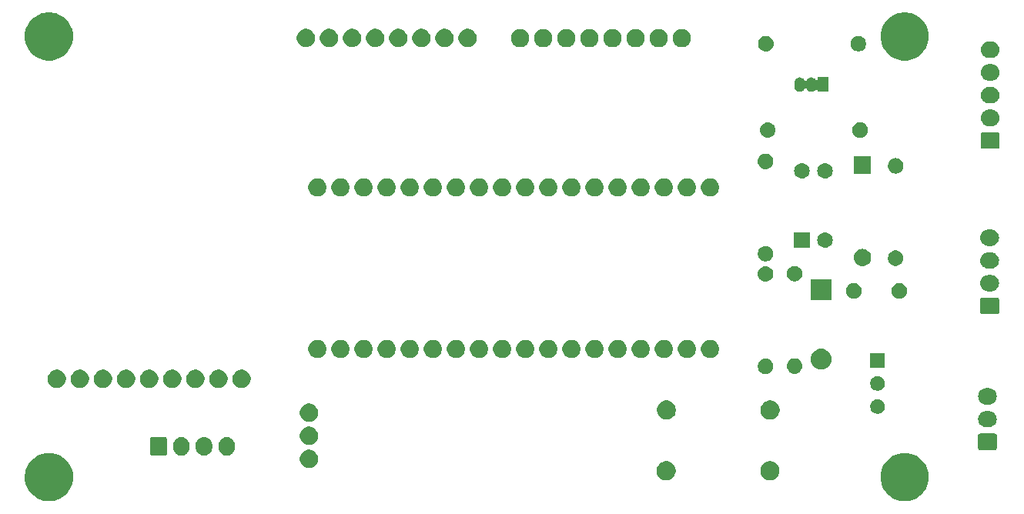
<source format=gbr>
%TF.GenerationSoftware,KiCad,Pcbnew,(5.0.2)-1*%
%TF.CreationDate,2019-09-06T13:10:15+02:00*%
%TF.ProjectId,Connected-OldtimerHardware,436f6e6e-6563-4746-9564-2d4f6c647469,rev?*%
%TF.SameCoordinates,Original*%
%TF.FileFunction,Soldermask,Bot*%
%TF.FilePolarity,Negative*%
%FSLAX46Y46*%
G04 Gerber Fmt 4.6, Leading zero omitted, Abs format (unit mm)*
G04 Created by KiCad (PCBNEW (5.0.2)-1) date 06/09/2019 13:10:15*
%MOMM*%
%LPD*%
G01*
G04 APERTURE LIST*
%ADD10C,0.100000*%
G04 APERTURE END LIST*
D10*
G36*
X190842459Y-112865183D02*
X191273268Y-112950876D01*
X191755719Y-113150714D01*
X192093497Y-113376410D01*
X192189917Y-113440836D01*
X192559164Y-113810083D01*
X192559166Y-113810086D01*
X192849286Y-114244281D01*
X193049124Y-114726732D01*
X193049124Y-114726733D01*
X193122951Y-115097884D01*
X193151000Y-115238899D01*
X193151000Y-115761101D01*
X193049124Y-116273268D01*
X192849286Y-116755719D01*
X192561121Y-117186989D01*
X192559164Y-117189917D01*
X192189917Y-117559164D01*
X192189914Y-117559166D01*
X191755719Y-117849286D01*
X191273268Y-118049124D01*
X191017184Y-118100062D01*
X190761102Y-118151000D01*
X190238898Y-118151000D01*
X189982816Y-118100062D01*
X189726732Y-118049124D01*
X189244281Y-117849286D01*
X188810086Y-117559166D01*
X188810083Y-117559164D01*
X188440836Y-117189917D01*
X188438879Y-117186989D01*
X188150714Y-116755719D01*
X187950876Y-116273268D01*
X187849000Y-115761101D01*
X187849000Y-115238899D01*
X187877050Y-115097884D01*
X187950876Y-114726733D01*
X187950876Y-114726732D01*
X188150714Y-114244281D01*
X188440834Y-113810086D01*
X188440836Y-113810083D01*
X188810083Y-113440836D01*
X188906503Y-113376410D01*
X189244281Y-113150714D01*
X189726732Y-112950876D01*
X190157541Y-112865183D01*
X190238898Y-112849000D01*
X190761102Y-112849000D01*
X190842459Y-112865183D01*
X190842459Y-112865183D01*
G37*
G36*
X96742459Y-112865183D02*
X97173268Y-112950876D01*
X97655719Y-113150714D01*
X97993497Y-113376410D01*
X98089917Y-113440836D01*
X98459164Y-113810083D01*
X98459166Y-113810086D01*
X98749286Y-114244281D01*
X98949124Y-114726732D01*
X98949124Y-114726733D01*
X99022951Y-115097884D01*
X99051000Y-115238899D01*
X99051000Y-115761101D01*
X98949124Y-116273268D01*
X98749286Y-116755719D01*
X98461121Y-117186989D01*
X98459164Y-117189917D01*
X98089917Y-117559164D01*
X98089914Y-117559166D01*
X97655719Y-117849286D01*
X97173268Y-118049124D01*
X96917184Y-118100062D01*
X96661102Y-118151000D01*
X96138898Y-118151000D01*
X95882816Y-118100062D01*
X95626732Y-118049124D01*
X95144281Y-117849286D01*
X94710086Y-117559166D01*
X94710083Y-117559164D01*
X94340836Y-117189917D01*
X94338879Y-117186989D01*
X94050714Y-116755719D01*
X93850876Y-116273268D01*
X93749000Y-115761101D01*
X93749000Y-115238899D01*
X93777050Y-115097884D01*
X93850876Y-114726733D01*
X93850876Y-114726732D01*
X94050714Y-114244281D01*
X94340834Y-113810086D01*
X94340836Y-113810083D01*
X94710083Y-113440836D01*
X94806503Y-113376410D01*
X95144281Y-113150714D01*
X95626732Y-112950876D01*
X96057541Y-112865183D01*
X96138898Y-112849000D01*
X96661102Y-112849000D01*
X96742459Y-112865183D01*
X96742459Y-112865183D01*
G37*
G36*
X164585154Y-113780708D02*
X164776423Y-113859934D01*
X164948565Y-113974956D01*
X165094952Y-114121343D01*
X165209974Y-114293485D01*
X165289200Y-114484754D01*
X165329589Y-114687803D01*
X165329589Y-114894835D01*
X165289200Y-115097884D01*
X165209974Y-115289153D01*
X165094952Y-115461295D01*
X164948565Y-115607682D01*
X164776423Y-115722704D01*
X164585154Y-115801930D01*
X164382105Y-115842319D01*
X164175073Y-115842319D01*
X163972024Y-115801930D01*
X163780755Y-115722704D01*
X163608613Y-115607682D01*
X163462226Y-115461295D01*
X163347204Y-115289153D01*
X163267978Y-115097884D01*
X163227589Y-114894835D01*
X163227589Y-114687803D01*
X163267978Y-114484754D01*
X163347204Y-114293485D01*
X163462226Y-114121343D01*
X163608613Y-113974956D01*
X163780755Y-113859934D01*
X163972024Y-113780708D01*
X164175073Y-113740319D01*
X164382105Y-113740319D01*
X164585154Y-113780708D01*
X164585154Y-113780708D01*
G37*
G36*
X175985154Y-113780708D02*
X176176423Y-113859934D01*
X176348565Y-113974956D01*
X176494952Y-114121343D01*
X176609974Y-114293485D01*
X176689200Y-114484754D01*
X176729589Y-114687803D01*
X176729589Y-114894835D01*
X176689200Y-115097884D01*
X176609974Y-115289153D01*
X176494952Y-115461295D01*
X176348565Y-115607682D01*
X176176423Y-115722704D01*
X175985154Y-115801930D01*
X175782105Y-115842319D01*
X175575073Y-115842319D01*
X175372024Y-115801930D01*
X175180755Y-115722704D01*
X175008613Y-115607682D01*
X174862226Y-115461295D01*
X174747204Y-115289153D01*
X174667978Y-115097884D01*
X174627589Y-114894835D01*
X174627589Y-114687803D01*
X174667978Y-114484754D01*
X174747204Y-114293485D01*
X174862226Y-114121343D01*
X175008613Y-113974956D01*
X175180755Y-113859934D01*
X175372024Y-113780708D01*
X175575073Y-113740319D01*
X175782105Y-113740319D01*
X175985154Y-113780708D01*
X175985154Y-113780708D01*
G37*
G36*
X125276981Y-112512468D02*
X125459150Y-112587925D01*
X125623103Y-112697475D01*
X125762525Y-112836897D01*
X125872075Y-113000850D01*
X125947532Y-113183019D01*
X125986000Y-113376410D01*
X125986000Y-113573590D01*
X125947532Y-113766981D01*
X125872075Y-113949150D01*
X125762525Y-114113103D01*
X125623103Y-114252525D01*
X125459150Y-114362075D01*
X125276981Y-114437532D01*
X125083590Y-114476000D01*
X124886410Y-114476000D01*
X124693019Y-114437532D01*
X124510850Y-114362075D01*
X124346897Y-114252525D01*
X124207475Y-114113103D01*
X124097925Y-113949150D01*
X124022468Y-113766981D01*
X123984000Y-113573590D01*
X123984000Y-113376410D01*
X124022468Y-113183019D01*
X124097925Y-113000850D01*
X124207475Y-112836897D01*
X124346897Y-112697475D01*
X124510850Y-112587925D01*
X124693019Y-112512468D01*
X124886410Y-112474000D01*
X125083590Y-112474000D01*
X125276981Y-112512468D01*
X125276981Y-112512468D01*
G37*
G36*
X116126626Y-111087037D02*
X116239852Y-111121384D01*
X116296466Y-111138557D01*
X116452989Y-111222221D01*
X116590186Y-111334814D01*
X116673448Y-111436271D01*
X116702778Y-111472009D01*
X116702779Y-111472011D01*
X116786443Y-111628533D01*
X116803616Y-111685147D01*
X116837963Y-111798373D01*
X116851000Y-111930742D01*
X116851000Y-112269257D01*
X116837963Y-112401626D01*
X116786443Y-112571466D01*
X116702778Y-112727991D01*
X116702777Y-112727992D01*
X116590186Y-112865186D01*
X116495251Y-112943096D01*
X116452991Y-112977778D01*
X116452989Y-112977779D01*
X116296467Y-113061443D01*
X116255734Y-113073799D01*
X116126627Y-113112963D01*
X115950000Y-113130359D01*
X115773374Y-113112963D01*
X115644267Y-113073799D01*
X115603534Y-113061443D01*
X115447012Y-112977779D01*
X115447010Y-112977778D01*
X115309816Y-112865186D01*
X115309812Y-112865183D01*
X115197222Y-112727992D01*
X115113557Y-112571467D01*
X115078634Y-112456339D01*
X115062037Y-112401627D01*
X115049000Y-112269258D01*
X115049000Y-111930743D01*
X115062037Y-111798374D01*
X115113557Y-111628535D01*
X115113557Y-111628534D01*
X115197221Y-111472011D01*
X115309814Y-111334814D01*
X115411271Y-111251552D01*
X115447009Y-111222222D01*
X115464913Y-111212652D01*
X115603533Y-111138557D01*
X115660147Y-111121384D01*
X115773373Y-111087037D01*
X115950000Y-111069641D01*
X116126626Y-111087037D01*
X116126626Y-111087037D01*
G37*
G36*
X113626626Y-111087037D02*
X113739852Y-111121384D01*
X113796466Y-111138557D01*
X113952989Y-111222221D01*
X114090186Y-111334814D01*
X114173448Y-111436271D01*
X114202778Y-111472009D01*
X114202779Y-111472011D01*
X114286443Y-111628533D01*
X114303616Y-111685147D01*
X114337963Y-111798373D01*
X114351000Y-111930742D01*
X114351000Y-112269257D01*
X114337963Y-112401626D01*
X114286443Y-112571466D01*
X114202778Y-112727991D01*
X114202777Y-112727992D01*
X114090186Y-112865186D01*
X113995251Y-112943096D01*
X113952991Y-112977778D01*
X113952989Y-112977779D01*
X113796467Y-113061443D01*
X113755734Y-113073799D01*
X113626627Y-113112963D01*
X113450000Y-113130359D01*
X113273374Y-113112963D01*
X113144267Y-113073799D01*
X113103534Y-113061443D01*
X112947012Y-112977779D01*
X112947010Y-112977778D01*
X112809816Y-112865186D01*
X112809812Y-112865183D01*
X112697222Y-112727992D01*
X112613557Y-112571467D01*
X112578634Y-112456339D01*
X112562037Y-112401627D01*
X112549000Y-112269258D01*
X112549000Y-111930743D01*
X112562037Y-111798374D01*
X112613557Y-111628535D01*
X112613557Y-111628534D01*
X112697221Y-111472011D01*
X112809814Y-111334814D01*
X112911271Y-111251552D01*
X112947009Y-111222222D01*
X112964913Y-111212652D01*
X113103533Y-111138557D01*
X113160147Y-111121384D01*
X113273373Y-111087037D01*
X113450000Y-111069641D01*
X113626626Y-111087037D01*
X113626626Y-111087037D01*
G37*
G36*
X111126626Y-111087037D02*
X111239852Y-111121384D01*
X111296466Y-111138557D01*
X111452989Y-111222221D01*
X111590186Y-111334814D01*
X111673448Y-111436271D01*
X111702778Y-111472009D01*
X111702779Y-111472011D01*
X111786443Y-111628533D01*
X111803616Y-111685147D01*
X111837963Y-111798373D01*
X111851000Y-111930742D01*
X111851000Y-112269257D01*
X111837963Y-112401626D01*
X111786443Y-112571466D01*
X111702778Y-112727991D01*
X111702777Y-112727992D01*
X111590186Y-112865186D01*
X111495251Y-112943096D01*
X111452991Y-112977778D01*
X111452989Y-112977779D01*
X111296467Y-113061443D01*
X111255734Y-113073799D01*
X111126627Y-113112963D01*
X110950000Y-113130359D01*
X110773374Y-113112963D01*
X110644267Y-113073799D01*
X110603534Y-113061443D01*
X110447012Y-112977779D01*
X110447010Y-112977778D01*
X110309816Y-112865186D01*
X110309812Y-112865183D01*
X110197222Y-112727992D01*
X110113557Y-112571467D01*
X110078634Y-112456339D01*
X110062037Y-112401627D01*
X110049000Y-112269258D01*
X110049000Y-111930743D01*
X110062037Y-111798374D01*
X110113557Y-111628535D01*
X110113557Y-111628534D01*
X110197221Y-111472011D01*
X110309814Y-111334814D01*
X110411271Y-111251552D01*
X110447009Y-111222222D01*
X110464913Y-111212652D01*
X110603533Y-111138557D01*
X110660147Y-111121384D01*
X110773373Y-111087037D01*
X110950000Y-111069641D01*
X111126626Y-111087037D01*
X111126626Y-111087037D01*
G37*
G36*
X109208600Y-111077989D02*
X109241649Y-111088014D01*
X109272106Y-111104294D01*
X109298799Y-111126201D01*
X109320706Y-111152894D01*
X109336986Y-111183351D01*
X109347011Y-111216400D01*
X109351000Y-111256904D01*
X109351000Y-112943096D01*
X109347011Y-112983600D01*
X109336986Y-113016649D01*
X109320706Y-113047106D01*
X109298799Y-113073799D01*
X109272106Y-113095706D01*
X109241649Y-113111986D01*
X109208600Y-113122011D01*
X109168096Y-113126000D01*
X107731904Y-113126000D01*
X107691400Y-113122011D01*
X107658351Y-113111986D01*
X107627894Y-113095706D01*
X107601201Y-113073799D01*
X107579294Y-113047106D01*
X107563014Y-113016649D01*
X107552989Y-112983600D01*
X107549000Y-112943096D01*
X107549000Y-111256904D01*
X107552989Y-111216400D01*
X107563014Y-111183351D01*
X107579294Y-111152894D01*
X107601201Y-111126201D01*
X107627894Y-111104294D01*
X107658351Y-111088014D01*
X107691400Y-111077989D01*
X107731904Y-111074000D01*
X109168096Y-111074000D01*
X109208600Y-111077989D01*
X109208600Y-111077989D01*
G37*
G36*
X200483600Y-110702989D02*
X200516649Y-110713014D01*
X200547106Y-110729294D01*
X200573799Y-110751201D01*
X200595706Y-110777894D01*
X200611986Y-110808351D01*
X200622011Y-110841400D01*
X200626000Y-110881904D01*
X200626000Y-112318096D01*
X200622011Y-112358600D01*
X200611986Y-112391649D01*
X200595706Y-112422106D01*
X200573799Y-112448799D01*
X200547106Y-112470706D01*
X200516649Y-112486986D01*
X200483600Y-112497011D01*
X200443096Y-112501000D01*
X198756904Y-112501000D01*
X198716400Y-112497011D01*
X198683351Y-112486986D01*
X198652894Y-112470706D01*
X198626201Y-112448799D01*
X198604294Y-112422106D01*
X198588014Y-112391649D01*
X198577989Y-112358600D01*
X198574000Y-112318096D01*
X198574000Y-110881904D01*
X198577989Y-110841400D01*
X198588014Y-110808351D01*
X198604294Y-110777894D01*
X198626201Y-110751201D01*
X198652894Y-110729294D01*
X198683351Y-110713014D01*
X198716400Y-110702989D01*
X198756904Y-110699000D01*
X200443096Y-110699000D01*
X200483600Y-110702989D01*
X200483600Y-110702989D01*
G37*
G36*
X125276981Y-109972468D02*
X125459150Y-110047925D01*
X125623103Y-110157475D01*
X125762525Y-110296897D01*
X125872075Y-110460850D01*
X125947532Y-110643019D01*
X125986000Y-110836410D01*
X125986000Y-111033590D01*
X125947532Y-111226981D01*
X125872075Y-111409150D01*
X125762525Y-111573103D01*
X125623103Y-111712525D01*
X125459150Y-111822075D01*
X125276981Y-111897532D01*
X125083590Y-111936000D01*
X124886410Y-111936000D01*
X124693019Y-111897532D01*
X124510850Y-111822075D01*
X124346897Y-111712525D01*
X124207475Y-111573103D01*
X124097925Y-111409150D01*
X124022468Y-111226981D01*
X123984000Y-111033590D01*
X123984000Y-110836410D01*
X124022468Y-110643019D01*
X124097925Y-110460850D01*
X124207475Y-110296897D01*
X124346897Y-110157475D01*
X124510850Y-110047925D01*
X124693019Y-109972468D01*
X124886410Y-109934000D01*
X125083590Y-109934000D01*
X125276981Y-109972468D01*
X125276981Y-109972468D01*
G37*
G36*
X199835443Y-108205519D02*
X199901627Y-108212037D01*
X200014853Y-108246384D01*
X200071467Y-108263557D01*
X200207928Y-108336498D01*
X200227991Y-108347222D01*
X200263729Y-108376552D01*
X200365186Y-108459814D01*
X200412937Y-108518000D01*
X200477778Y-108597009D01*
X200487348Y-108614913D01*
X200561443Y-108753533D01*
X200561443Y-108753534D01*
X200612963Y-108923373D01*
X200630359Y-109100000D01*
X200612963Y-109276627D01*
X200611310Y-109282075D01*
X200561443Y-109446467D01*
X200487348Y-109585087D01*
X200477778Y-109602991D01*
X200448448Y-109638729D01*
X200365186Y-109740186D01*
X200263729Y-109823448D01*
X200227991Y-109852778D01*
X200227989Y-109852779D01*
X200071467Y-109936443D01*
X200014853Y-109953616D01*
X199901627Y-109987963D01*
X199835442Y-109994482D01*
X199769260Y-110001000D01*
X199430740Y-110001000D01*
X199364558Y-109994482D01*
X199298373Y-109987963D01*
X199185147Y-109953616D01*
X199128533Y-109936443D01*
X198972011Y-109852779D01*
X198972009Y-109852778D01*
X198936271Y-109823448D01*
X198834814Y-109740186D01*
X198751552Y-109638729D01*
X198722222Y-109602991D01*
X198712652Y-109585087D01*
X198638557Y-109446467D01*
X198588690Y-109282075D01*
X198587037Y-109276627D01*
X198569641Y-109100000D01*
X198587037Y-108923373D01*
X198638557Y-108753534D01*
X198638557Y-108753533D01*
X198712652Y-108614913D01*
X198722222Y-108597009D01*
X198787063Y-108518000D01*
X198834814Y-108459814D01*
X198936271Y-108376552D01*
X198972009Y-108347222D01*
X198992072Y-108336498D01*
X199128533Y-108263557D01*
X199185147Y-108246384D01*
X199298373Y-108212037D01*
X199364557Y-108205519D01*
X199430740Y-108199000D01*
X199769260Y-108199000D01*
X199835443Y-108205519D01*
X199835443Y-108205519D01*
G37*
G36*
X125276981Y-107432468D02*
X125459150Y-107507925D01*
X125623103Y-107617475D01*
X125762525Y-107756897D01*
X125872075Y-107920850D01*
X125947532Y-108103019D01*
X125986000Y-108296410D01*
X125986000Y-108493590D01*
X125947532Y-108686981D01*
X125872075Y-108869150D01*
X125762525Y-109033103D01*
X125623103Y-109172525D01*
X125459150Y-109282075D01*
X125276981Y-109357532D01*
X125083590Y-109396000D01*
X124886410Y-109396000D01*
X124693019Y-109357532D01*
X124510850Y-109282075D01*
X124346897Y-109172525D01*
X124207475Y-109033103D01*
X124097925Y-108869150D01*
X124022468Y-108686981D01*
X123984000Y-108493590D01*
X123984000Y-108296410D01*
X124022468Y-108103019D01*
X124097925Y-107920850D01*
X124207475Y-107756897D01*
X124346897Y-107617475D01*
X124510850Y-107507925D01*
X124693019Y-107432468D01*
X124886410Y-107394000D01*
X125083590Y-107394000D01*
X125276981Y-107432468D01*
X125276981Y-107432468D01*
G37*
G36*
X164606565Y-107089389D02*
X164797834Y-107168615D01*
X164969976Y-107283637D01*
X165116363Y-107430024D01*
X165231385Y-107602166D01*
X165310611Y-107793435D01*
X165351000Y-107996484D01*
X165351000Y-108203516D01*
X165310611Y-108406565D01*
X165231385Y-108597834D01*
X165116363Y-108769976D01*
X164969976Y-108916363D01*
X164797834Y-109031385D01*
X164606565Y-109110611D01*
X164403516Y-109151000D01*
X164196484Y-109151000D01*
X163993435Y-109110611D01*
X163802166Y-109031385D01*
X163630024Y-108916363D01*
X163483637Y-108769976D01*
X163368615Y-108597834D01*
X163289389Y-108406565D01*
X163249000Y-108203516D01*
X163249000Y-107996484D01*
X163289389Y-107793435D01*
X163368615Y-107602166D01*
X163483637Y-107430024D01*
X163630024Y-107283637D01*
X163802166Y-107168615D01*
X163993435Y-107089389D01*
X164196484Y-107049000D01*
X164403516Y-107049000D01*
X164606565Y-107089389D01*
X164606565Y-107089389D01*
G37*
G36*
X176006565Y-107089389D02*
X176197834Y-107168615D01*
X176369976Y-107283637D01*
X176516363Y-107430024D01*
X176631385Y-107602166D01*
X176710611Y-107793435D01*
X176751000Y-107996484D01*
X176751000Y-108203516D01*
X176710611Y-108406565D01*
X176631385Y-108597834D01*
X176516363Y-108769976D01*
X176369976Y-108916363D01*
X176197834Y-109031385D01*
X176006565Y-109110611D01*
X175803516Y-109151000D01*
X175596484Y-109151000D01*
X175393435Y-109110611D01*
X175202166Y-109031385D01*
X175030024Y-108916363D01*
X174883637Y-108769976D01*
X174768615Y-108597834D01*
X174689389Y-108406565D01*
X174649000Y-108203516D01*
X174649000Y-107996484D01*
X174689389Y-107793435D01*
X174768615Y-107602166D01*
X174883637Y-107430024D01*
X175030024Y-107283637D01*
X175202166Y-107168615D01*
X175393435Y-107089389D01*
X175596484Y-107049000D01*
X175803516Y-107049000D01*
X176006565Y-107089389D01*
X176006565Y-107089389D01*
G37*
G36*
X187762142Y-106923242D02*
X187910102Y-106984530D01*
X187977130Y-107029317D01*
X188043257Y-107073501D01*
X188156499Y-107186743D01*
X188192208Y-107240186D01*
X188245470Y-107319898D01*
X188306758Y-107467858D01*
X188338000Y-107624925D01*
X188338000Y-107785075D01*
X188306758Y-107942142D01*
X188259354Y-108056583D01*
X188245471Y-108090100D01*
X188156499Y-108223257D01*
X188043257Y-108336499D01*
X187977130Y-108380683D01*
X187910102Y-108425470D01*
X187762142Y-108486758D01*
X187605075Y-108518000D01*
X187444925Y-108518000D01*
X187287858Y-108486758D01*
X187139898Y-108425470D01*
X187072870Y-108380683D01*
X187006743Y-108336499D01*
X186893501Y-108223257D01*
X186804529Y-108090100D01*
X186790646Y-108056583D01*
X186743242Y-107942142D01*
X186712000Y-107785075D01*
X186712000Y-107624925D01*
X186743242Y-107467858D01*
X186804530Y-107319898D01*
X186857792Y-107240186D01*
X186893501Y-107186743D01*
X187006743Y-107073501D01*
X187072870Y-107029317D01*
X187139898Y-106984530D01*
X187287858Y-106923242D01*
X187444925Y-106892000D01*
X187605075Y-106892000D01*
X187762142Y-106923242D01*
X187762142Y-106923242D01*
G37*
G36*
X199835443Y-105705519D02*
X199901627Y-105712037D01*
X200014853Y-105746384D01*
X200071467Y-105763557D01*
X200133094Y-105796498D01*
X200227991Y-105847222D01*
X200263729Y-105876552D01*
X200365186Y-105959814D01*
X200448448Y-106061271D01*
X200477778Y-106097009D01*
X200477779Y-106097011D01*
X200561443Y-106253533D01*
X200561443Y-106253534D01*
X200612963Y-106423373D01*
X200630359Y-106600000D01*
X200612963Y-106776627D01*
X200578616Y-106889853D01*
X200561443Y-106946467D01*
X200506637Y-107049000D01*
X200477778Y-107102991D01*
X200448448Y-107138729D01*
X200365186Y-107240186D01*
X200268055Y-107319898D01*
X200227991Y-107352778D01*
X200227989Y-107352779D01*
X200071467Y-107436443D01*
X200014853Y-107453616D01*
X199901627Y-107487963D01*
X199835442Y-107494482D01*
X199769260Y-107501000D01*
X199430740Y-107501000D01*
X199364558Y-107494482D01*
X199298373Y-107487963D01*
X199185147Y-107453616D01*
X199128533Y-107436443D01*
X198972011Y-107352779D01*
X198972009Y-107352778D01*
X198931945Y-107319898D01*
X198834814Y-107240186D01*
X198751552Y-107138729D01*
X198722222Y-107102991D01*
X198693363Y-107049000D01*
X198638557Y-106946467D01*
X198621384Y-106889853D01*
X198587037Y-106776627D01*
X198569641Y-106600000D01*
X198587037Y-106423373D01*
X198638557Y-106253534D01*
X198638557Y-106253533D01*
X198722221Y-106097011D01*
X198722222Y-106097009D01*
X198751552Y-106061271D01*
X198834814Y-105959814D01*
X198936271Y-105876552D01*
X198972009Y-105847222D01*
X199066906Y-105796498D01*
X199128533Y-105763557D01*
X199185147Y-105746384D01*
X199298373Y-105712037D01*
X199364557Y-105705519D01*
X199430740Y-105699000D01*
X199769260Y-105699000D01*
X199835443Y-105705519D01*
X199835443Y-105705519D01*
G37*
G36*
X187762142Y-104383242D02*
X187910102Y-104444530D01*
X188043258Y-104533502D01*
X188156498Y-104646742D01*
X188245470Y-104779898D01*
X188306758Y-104927858D01*
X188338000Y-105084925D01*
X188338000Y-105245075D01*
X188306758Y-105402142D01*
X188259354Y-105516583D01*
X188245471Y-105550100D01*
X188171371Y-105661000D01*
X188156498Y-105683258D01*
X188043258Y-105796498D01*
X187910102Y-105885470D01*
X187762142Y-105946758D01*
X187605075Y-105978000D01*
X187444925Y-105978000D01*
X187287858Y-105946758D01*
X187139898Y-105885470D01*
X187006742Y-105796498D01*
X186893502Y-105683258D01*
X186878630Y-105661000D01*
X186804529Y-105550100D01*
X186790646Y-105516583D01*
X186743242Y-105402142D01*
X186712000Y-105245075D01*
X186712000Y-105084925D01*
X186743242Y-104927858D01*
X186804530Y-104779898D01*
X186893502Y-104646742D01*
X187006742Y-104533502D01*
X187139898Y-104444530D01*
X187287858Y-104383242D01*
X187444925Y-104352000D01*
X187605075Y-104352000D01*
X187762142Y-104383242D01*
X187762142Y-104383242D01*
G37*
G36*
X110261981Y-103697468D02*
X110444150Y-103772925D01*
X110608103Y-103882475D01*
X110747525Y-104021897D01*
X110857075Y-104185850D01*
X110932532Y-104368019D01*
X110971000Y-104561410D01*
X110971000Y-104758590D01*
X110932532Y-104951981D01*
X110857075Y-105134150D01*
X110747525Y-105298103D01*
X110608103Y-105437525D01*
X110444150Y-105547075D01*
X110261981Y-105622532D01*
X110068590Y-105661000D01*
X109871410Y-105661000D01*
X109678019Y-105622532D01*
X109495850Y-105547075D01*
X109331897Y-105437525D01*
X109192475Y-105298103D01*
X109082925Y-105134150D01*
X109007468Y-104951981D01*
X108969000Y-104758590D01*
X108969000Y-104561410D01*
X109007468Y-104368019D01*
X109082925Y-104185850D01*
X109192475Y-104021897D01*
X109331897Y-103882475D01*
X109495850Y-103772925D01*
X109678019Y-103697468D01*
X109871410Y-103659000D01*
X110068590Y-103659000D01*
X110261981Y-103697468D01*
X110261981Y-103697468D01*
G37*
G36*
X97561981Y-103697468D02*
X97744150Y-103772925D01*
X97908103Y-103882475D01*
X98047525Y-104021897D01*
X98157075Y-104185850D01*
X98232532Y-104368019D01*
X98271000Y-104561410D01*
X98271000Y-104758590D01*
X98232532Y-104951981D01*
X98157075Y-105134150D01*
X98047525Y-105298103D01*
X97908103Y-105437525D01*
X97744150Y-105547075D01*
X97561981Y-105622532D01*
X97368590Y-105661000D01*
X97171410Y-105661000D01*
X96978019Y-105622532D01*
X96795850Y-105547075D01*
X96631897Y-105437525D01*
X96492475Y-105298103D01*
X96382925Y-105134150D01*
X96307468Y-104951981D01*
X96269000Y-104758590D01*
X96269000Y-104561410D01*
X96307468Y-104368019D01*
X96382925Y-104185850D01*
X96492475Y-104021897D01*
X96631897Y-103882475D01*
X96795850Y-103772925D01*
X96978019Y-103697468D01*
X97171410Y-103659000D01*
X97368590Y-103659000D01*
X97561981Y-103697468D01*
X97561981Y-103697468D01*
G37*
G36*
X100101981Y-103697468D02*
X100284150Y-103772925D01*
X100448103Y-103882475D01*
X100587525Y-104021897D01*
X100697075Y-104185850D01*
X100772532Y-104368019D01*
X100811000Y-104561410D01*
X100811000Y-104758590D01*
X100772532Y-104951981D01*
X100697075Y-105134150D01*
X100587525Y-105298103D01*
X100448103Y-105437525D01*
X100284150Y-105547075D01*
X100101981Y-105622532D01*
X99908590Y-105661000D01*
X99711410Y-105661000D01*
X99518019Y-105622532D01*
X99335850Y-105547075D01*
X99171897Y-105437525D01*
X99032475Y-105298103D01*
X98922925Y-105134150D01*
X98847468Y-104951981D01*
X98809000Y-104758590D01*
X98809000Y-104561410D01*
X98847468Y-104368019D01*
X98922925Y-104185850D01*
X99032475Y-104021897D01*
X99171897Y-103882475D01*
X99335850Y-103772925D01*
X99518019Y-103697468D01*
X99711410Y-103659000D01*
X99908590Y-103659000D01*
X100101981Y-103697468D01*
X100101981Y-103697468D01*
G37*
G36*
X117881981Y-103697468D02*
X118064150Y-103772925D01*
X118228103Y-103882475D01*
X118367525Y-104021897D01*
X118477075Y-104185850D01*
X118552532Y-104368019D01*
X118591000Y-104561410D01*
X118591000Y-104758590D01*
X118552532Y-104951981D01*
X118477075Y-105134150D01*
X118367525Y-105298103D01*
X118228103Y-105437525D01*
X118064150Y-105547075D01*
X117881981Y-105622532D01*
X117688590Y-105661000D01*
X117491410Y-105661000D01*
X117298019Y-105622532D01*
X117115850Y-105547075D01*
X116951897Y-105437525D01*
X116812475Y-105298103D01*
X116702925Y-105134150D01*
X116627468Y-104951981D01*
X116589000Y-104758590D01*
X116589000Y-104561410D01*
X116627468Y-104368019D01*
X116702925Y-104185850D01*
X116812475Y-104021897D01*
X116951897Y-103882475D01*
X117115850Y-103772925D01*
X117298019Y-103697468D01*
X117491410Y-103659000D01*
X117688590Y-103659000D01*
X117881981Y-103697468D01*
X117881981Y-103697468D01*
G37*
G36*
X115341981Y-103697468D02*
X115524150Y-103772925D01*
X115688103Y-103882475D01*
X115827525Y-104021897D01*
X115937075Y-104185850D01*
X116012532Y-104368019D01*
X116051000Y-104561410D01*
X116051000Y-104758590D01*
X116012532Y-104951981D01*
X115937075Y-105134150D01*
X115827525Y-105298103D01*
X115688103Y-105437525D01*
X115524150Y-105547075D01*
X115341981Y-105622532D01*
X115148590Y-105661000D01*
X114951410Y-105661000D01*
X114758019Y-105622532D01*
X114575850Y-105547075D01*
X114411897Y-105437525D01*
X114272475Y-105298103D01*
X114162925Y-105134150D01*
X114087468Y-104951981D01*
X114049000Y-104758590D01*
X114049000Y-104561410D01*
X114087468Y-104368019D01*
X114162925Y-104185850D01*
X114272475Y-104021897D01*
X114411897Y-103882475D01*
X114575850Y-103772925D01*
X114758019Y-103697468D01*
X114951410Y-103659000D01*
X115148590Y-103659000D01*
X115341981Y-103697468D01*
X115341981Y-103697468D01*
G37*
G36*
X112801981Y-103697468D02*
X112984150Y-103772925D01*
X113148103Y-103882475D01*
X113287525Y-104021897D01*
X113397075Y-104185850D01*
X113472532Y-104368019D01*
X113511000Y-104561410D01*
X113511000Y-104758590D01*
X113472532Y-104951981D01*
X113397075Y-105134150D01*
X113287525Y-105298103D01*
X113148103Y-105437525D01*
X112984150Y-105547075D01*
X112801981Y-105622532D01*
X112608590Y-105661000D01*
X112411410Y-105661000D01*
X112218019Y-105622532D01*
X112035850Y-105547075D01*
X111871897Y-105437525D01*
X111732475Y-105298103D01*
X111622925Y-105134150D01*
X111547468Y-104951981D01*
X111509000Y-104758590D01*
X111509000Y-104561410D01*
X111547468Y-104368019D01*
X111622925Y-104185850D01*
X111732475Y-104021897D01*
X111871897Y-103882475D01*
X112035850Y-103772925D01*
X112218019Y-103697468D01*
X112411410Y-103659000D01*
X112608590Y-103659000D01*
X112801981Y-103697468D01*
X112801981Y-103697468D01*
G37*
G36*
X105181981Y-103697468D02*
X105364150Y-103772925D01*
X105528103Y-103882475D01*
X105667525Y-104021897D01*
X105777075Y-104185850D01*
X105852532Y-104368019D01*
X105891000Y-104561410D01*
X105891000Y-104758590D01*
X105852532Y-104951981D01*
X105777075Y-105134150D01*
X105667525Y-105298103D01*
X105528103Y-105437525D01*
X105364150Y-105547075D01*
X105181981Y-105622532D01*
X104988590Y-105661000D01*
X104791410Y-105661000D01*
X104598019Y-105622532D01*
X104415850Y-105547075D01*
X104251897Y-105437525D01*
X104112475Y-105298103D01*
X104002925Y-105134150D01*
X103927468Y-104951981D01*
X103889000Y-104758590D01*
X103889000Y-104561410D01*
X103927468Y-104368019D01*
X104002925Y-104185850D01*
X104112475Y-104021897D01*
X104251897Y-103882475D01*
X104415850Y-103772925D01*
X104598019Y-103697468D01*
X104791410Y-103659000D01*
X104988590Y-103659000D01*
X105181981Y-103697468D01*
X105181981Y-103697468D01*
G37*
G36*
X107721981Y-103697468D02*
X107904150Y-103772925D01*
X108068103Y-103882475D01*
X108207525Y-104021897D01*
X108317075Y-104185850D01*
X108392532Y-104368019D01*
X108431000Y-104561410D01*
X108431000Y-104758590D01*
X108392532Y-104951981D01*
X108317075Y-105134150D01*
X108207525Y-105298103D01*
X108068103Y-105437525D01*
X107904150Y-105547075D01*
X107721981Y-105622532D01*
X107528590Y-105661000D01*
X107331410Y-105661000D01*
X107138019Y-105622532D01*
X106955850Y-105547075D01*
X106791897Y-105437525D01*
X106652475Y-105298103D01*
X106542925Y-105134150D01*
X106467468Y-104951981D01*
X106429000Y-104758590D01*
X106429000Y-104561410D01*
X106467468Y-104368019D01*
X106542925Y-104185850D01*
X106652475Y-104021897D01*
X106791897Y-103882475D01*
X106955850Y-103772925D01*
X107138019Y-103697468D01*
X107331410Y-103659000D01*
X107528590Y-103659000D01*
X107721981Y-103697468D01*
X107721981Y-103697468D01*
G37*
G36*
X102641981Y-103697468D02*
X102824150Y-103772925D01*
X102988103Y-103882475D01*
X103127525Y-104021897D01*
X103237075Y-104185850D01*
X103312532Y-104368019D01*
X103351000Y-104561410D01*
X103351000Y-104758590D01*
X103312532Y-104951981D01*
X103237075Y-105134150D01*
X103127525Y-105298103D01*
X102988103Y-105437525D01*
X102824150Y-105547075D01*
X102641981Y-105622532D01*
X102448590Y-105661000D01*
X102251410Y-105661000D01*
X102058019Y-105622532D01*
X101875850Y-105547075D01*
X101711897Y-105437525D01*
X101572475Y-105298103D01*
X101462925Y-105134150D01*
X101387468Y-104951981D01*
X101349000Y-104758590D01*
X101349000Y-104561410D01*
X101387468Y-104368019D01*
X101462925Y-104185850D01*
X101572475Y-104021897D01*
X101711897Y-103882475D01*
X101875850Y-103772925D01*
X102058019Y-103697468D01*
X102251410Y-103659000D01*
X102448590Y-103659000D01*
X102641981Y-103697468D01*
X102641981Y-103697468D01*
G37*
G36*
X175448228Y-102481703D02*
X175603100Y-102545853D01*
X175742481Y-102638985D01*
X175861015Y-102757519D01*
X175954147Y-102896900D01*
X176018297Y-103051772D01*
X176051000Y-103216184D01*
X176051000Y-103383816D01*
X176018297Y-103548228D01*
X175954147Y-103703100D01*
X175861015Y-103842481D01*
X175742481Y-103961015D01*
X175603100Y-104054147D01*
X175448228Y-104118297D01*
X175283816Y-104151000D01*
X175116184Y-104151000D01*
X174951772Y-104118297D01*
X174796900Y-104054147D01*
X174657519Y-103961015D01*
X174538985Y-103842481D01*
X174445853Y-103703100D01*
X174381703Y-103548228D01*
X174349000Y-103383816D01*
X174349000Y-103216184D01*
X174381703Y-103051772D01*
X174445853Y-102896900D01*
X174538985Y-102757519D01*
X174657519Y-102638985D01*
X174796900Y-102545853D01*
X174951772Y-102481703D01*
X175116184Y-102449000D01*
X175283816Y-102449000D01*
X175448228Y-102481703D01*
X175448228Y-102481703D01*
G37*
G36*
X178566821Y-102421313D02*
X178566824Y-102421314D01*
X178566825Y-102421314D01*
X178727239Y-102469975D01*
X178727241Y-102469976D01*
X178727244Y-102469977D01*
X178875078Y-102548995D01*
X179004659Y-102655341D01*
X179111005Y-102784922D01*
X179190023Y-102932756D01*
X179190024Y-102932759D01*
X179190025Y-102932761D01*
X179238686Y-103093175D01*
X179238687Y-103093179D01*
X179255117Y-103260000D01*
X179238687Y-103426821D01*
X179238686Y-103426824D01*
X179238686Y-103426825D01*
X179201859Y-103548228D01*
X179190023Y-103587244D01*
X179111005Y-103735078D01*
X179004659Y-103864659D01*
X178875078Y-103971005D01*
X178727244Y-104050023D01*
X178727241Y-104050024D01*
X178727239Y-104050025D01*
X178566825Y-104098686D01*
X178566824Y-104098686D01*
X178566821Y-104098687D01*
X178441804Y-104111000D01*
X178358196Y-104111000D01*
X178233179Y-104098687D01*
X178233176Y-104098686D01*
X178233175Y-104098686D01*
X178072761Y-104050025D01*
X178072759Y-104050024D01*
X178072756Y-104050023D01*
X177924922Y-103971005D01*
X177795341Y-103864659D01*
X177688995Y-103735078D01*
X177609977Y-103587244D01*
X177598142Y-103548228D01*
X177561314Y-103426825D01*
X177561314Y-103426824D01*
X177561313Y-103426821D01*
X177544883Y-103260000D01*
X177561313Y-103093179D01*
X177561314Y-103093175D01*
X177609975Y-102932761D01*
X177609976Y-102932759D01*
X177609977Y-102932756D01*
X177688995Y-102784922D01*
X177795341Y-102655341D01*
X177924922Y-102548995D01*
X178072756Y-102469977D01*
X178072759Y-102469976D01*
X178072761Y-102469975D01*
X178233175Y-102421314D01*
X178233176Y-102421314D01*
X178233179Y-102421313D01*
X178358196Y-102409000D01*
X178441804Y-102409000D01*
X178566821Y-102421313D01*
X178566821Y-102421313D01*
G37*
G36*
X181424180Y-101375662D02*
X181525635Y-101385654D01*
X181742600Y-101451470D01*
X181742602Y-101451471D01*
X181742605Y-101451472D01*
X181942556Y-101558347D01*
X182117818Y-101702182D01*
X182261653Y-101877444D01*
X182368528Y-102077395D01*
X182368529Y-102077398D01*
X182368530Y-102077400D01*
X182434346Y-102294365D01*
X182456569Y-102520000D01*
X182434346Y-102745635D01*
X182368530Y-102962600D01*
X182368528Y-102962605D01*
X182261653Y-103162556D01*
X182117818Y-103337818D01*
X181942556Y-103481653D01*
X181742605Y-103588528D01*
X181742602Y-103588529D01*
X181742600Y-103588530D01*
X181525635Y-103654346D01*
X181424180Y-103664338D01*
X181356545Y-103671000D01*
X181243455Y-103671000D01*
X181175820Y-103664338D01*
X181074365Y-103654346D01*
X180857400Y-103588530D01*
X180857398Y-103588529D01*
X180857395Y-103588528D01*
X180657444Y-103481653D01*
X180482182Y-103337818D01*
X180338347Y-103162556D01*
X180231472Y-102962605D01*
X180231470Y-102962600D01*
X180165654Y-102745635D01*
X180143431Y-102520000D01*
X180165654Y-102294365D01*
X180231470Y-102077400D01*
X180231471Y-102077398D01*
X180231472Y-102077395D01*
X180338347Y-101877444D01*
X180482182Y-101702182D01*
X180657444Y-101558347D01*
X180857395Y-101451472D01*
X180857398Y-101451471D01*
X180857400Y-101451470D01*
X181074365Y-101385654D01*
X181175820Y-101375662D01*
X181243455Y-101369000D01*
X181356545Y-101369000D01*
X181424180Y-101375662D01*
X181424180Y-101375662D01*
G37*
G36*
X188338000Y-103438000D02*
X186712000Y-103438000D01*
X186712000Y-101812000D01*
X188338000Y-101812000D01*
X188338000Y-103438000D01*
X188338000Y-103438000D01*
G37*
G36*
X151601981Y-100427468D02*
X151784150Y-100502925D01*
X151948103Y-100612475D01*
X152087525Y-100751897D01*
X152197075Y-100915850D01*
X152272532Y-101098019D01*
X152311000Y-101291410D01*
X152311000Y-101488590D01*
X152272532Y-101681981D01*
X152197075Y-101864150D01*
X152087525Y-102028103D01*
X151948103Y-102167525D01*
X151784150Y-102277075D01*
X151601981Y-102352532D01*
X151408590Y-102391000D01*
X151211410Y-102391000D01*
X151018019Y-102352532D01*
X150835850Y-102277075D01*
X150671897Y-102167525D01*
X150532475Y-102028103D01*
X150422925Y-101864150D01*
X150347468Y-101681981D01*
X150309000Y-101488590D01*
X150309000Y-101291410D01*
X150347468Y-101098019D01*
X150422925Y-100915850D01*
X150532475Y-100751897D01*
X150671897Y-100612475D01*
X150835850Y-100502925D01*
X151018019Y-100427468D01*
X151211410Y-100389000D01*
X151408590Y-100389000D01*
X151601981Y-100427468D01*
X151601981Y-100427468D01*
G37*
G36*
X154141981Y-100427468D02*
X154324150Y-100502925D01*
X154488103Y-100612475D01*
X154627525Y-100751897D01*
X154737075Y-100915850D01*
X154812532Y-101098019D01*
X154851000Y-101291410D01*
X154851000Y-101488590D01*
X154812532Y-101681981D01*
X154737075Y-101864150D01*
X154627525Y-102028103D01*
X154488103Y-102167525D01*
X154324150Y-102277075D01*
X154141981Y-102352532D01*
X153948590Y-102391000D01*
X153751410Y-102391000D01*
X153558019Y-102352532D01*
X153375850Y-102277075D01*
X153211897Y-102167525D01*
X153072475Y-102028103D01*
X152962925Y-101864150D01*
X152887468Y-101681981D01*
X152849000Y-101488590D01*
X152849000Y-101291410D01*
X152887468Y-101098019D01*
X152962925Y-100915850D01*
X153072475Y-100751897D01*
X153211897Y-100612475D01*
X153375850Y-100502925D01*
X153558019Y-100427468D01*
X153751410Y-100389000D01*
X153948590Y-100389000D01*
X154141981Y-100427468D01*
X154141981Y-100427468D01*
G37*
G36*
X156681981Y-100427468D02*
X156864150Y-100502925D01*
X157028103Y-100612475D01*
X157167525Y-100751897D01*
X157277075Y-100915850D01*
X157352532Y-101098019D01*
X157391000Y-101291410D01*
X157391000Y-101488590D01*
X157352532Y-101681981D01*
X157277075Y-101864150D01*
X157167525Y-102028103D01*
X157028103Y-102167525D01*
X156864150Y-102277075D01*
X156681981Y-102352532D01*
X156488590Y-102391000D01*
X156291410Y-102391000D01*
X156098019Y-102352532D01*
X155915850Y-102277075D01*
X155751897Y-102167525D01*
X155612475Y-102028103D01*
X155502925Y-101864150D01*
X155427468Y-101681981D01*
X155389000Y-101488590D01*
X155389000Y-101291410D01*
X155427468Y-101098019D01*
X155502925Y-100915850D01*
X155612475Y-100751897D01*
X155751897Y-100612475D01*
X155915850Y-100502925D01*
X156098019Y-100427468D01*
X156291410Y-100389000D01*
X156488590Y-100389000D01*
X156681981Y-100427468D01*
X156681981Y-100427468D01*
G37*
G36*
X159221981Y-100427468D02*
X159404150Y-100502925D01*
X159568103Y-100612475D01*
X159707525Y-100751897D01*
X159817075Y-100915850D01*
X159892532Y-101098019D01*
X159931000Y-101291410D01*
X159931000Y-101488590D01*
X159892532Y-101681981D01*
X159817075Y-101864150D01*
X159707525Y-102028103D01*
X159568103Y-102167525D01*
X159404150Y-102277075D01*
X159221981Y-102352532D01*
X159028590Y-102391000D01*
X158831410Y-102391000D01*
X158638019Y-102352532D01*
X158455850Y-102277075D01*
X158291897Y-102167525D01*
X158152475Y-102028103D01*
X158042925Y-101864150D01*
X157967468Y-101681981D01*
X157929000Y-101488590D01*
X157929000Y-101291410D01*
X157967468Y-101098019D01*
X158042925Y-100915850D01*
X158152475Y-100751897D01*
X158291897Y-100612475D01*
X158455850Y-100502925D01*
X158638019Y-100427468D01*
X158831410Y-100389000D01*
X159028590Y-100389000D01*
X159221981Y-100427468D01*
X159221981Y-100427468D01*
G37*
G36*
X161761981Y-100427468D02*
X161944150Y-100502925D01*
X162108103Y-100612475D01*
X162247525Y-100751897D01*
X162357075Y-100915850D01*
X162432532Y-101098019D01*
X162471000Y-101291410D01*
X162471000Y-101488590D01*
X162432532Y-101681981D01*
X162357075Y-101864150D01*
X162247525Y-102028103D01*
X162108103Y-102167525D01*
X161944150Y-102277075D01*
X161761981Y-102352532D01*
X161568590Y-102391000D01*
X161371410Y-102391000D01*
X161178019Y-102352532D01*
X160995850Y-102277075D01*
X160831897Y-102167525D01*
X160692475Y-102028103D01*
X160582925Y-101864150D01*
X160507468Y-101681981D01*
X160469000Y-101488590D01*
X160469000Y-101291410D01*
X160507468Y-101098019D01*
X160582925Y-100915850D01*
X160692475Y-100751897D01*
X160831897Y-100612475D01*
X160995850Y-100502925D01*
X161178019Y-100427468D01*
X161371410Y-100389000D01*
X161568590Y-100389000D01*
X161761981Y-100427468D01*
X161761981Y-100427468D01*
G37*
G36*
X164301981Y-100427468D02*
X164484150Y-100502925D01*
X164648103Y-100612475D01*
X164787525Y-100751897D01*
X164897075Y-100915850D01*
X164972532Y-101098019D01*
X165011000Y-101291410D01*
X165011000Y-101488590D01*
X164972532Y-101681981D01*
X164897075Y-101864150D01*
X164787525Y-102028103D01*
X164648103Y-102167525D01*
X164484150Y-102277075D01*
X164301981Y-102352532D01*
X164108590Y-102391000D01*
X163911410Y-102391000D01*
X163718019Y-102352532D01*
X163535850Y-102277075D01*
X163371897Y-102167525D01*
X163232475Y-102028103D01*
X163122925Y-101864150D01*
X163047468Y-101681981D01*
X163009000Y-101488590D01*
X163009000Y-101291410D01*
X163047468Y-101098019D01*
X163122925Y-100915850D01*
X163232475Y-100751897D01*
X163371897Y-100612475D01*
X163535850Y-100502925D01*
X163718019Y-100427468D01*
X163911410Y-100389000D01*
X164108590Y-100389000D01*
X164301981Y-100427468D01*
X164301981Y-100427468D01*
G37*
G36*
X166841981Y-100427468D02*
X167024150Y-100502925D01*
X167188103Y-100612475D01*
X167327525Y-100751897D01*
X167437075Y-100915850D01*
X167512532Y-101098019D01*
X167551000Y-101291410D01*
X167551000Y-101488590D01*
X167512532Y-101681981D01*
X167437075Y-101864150D01*
X167327525Y-102028103D01*
X167188103Y-102167525D01*
X167024150Y-102277075D01*
X166841981Y-102352532D01*
X166648590Y-102391000D01*
X166451410Y-102391000D01*
X166258019Y-102352532D01*
X166075850Y-102277075D01*
X165911897Y-102167525D01*
X165772475Y-102028103D01*
X165662925Y-101864150D01*
X165587468Y-101681981D01*
X165549000Y-101488590D01*
X165549000Y-101291410D01*
X165587468Y-101098019D01*
X165662925Y-100915850D01*
X165772475Y-100751897D01*
X165911897Y-100612475D01*
X166075850Y-100502925D01*
X166258019Y-100427468D01*
X166451410Y-100389000D01*
X166648590Y-100389000D01*
X166841981Y-100427468D01*
X166841981Y-100427468D01*
G37*
G36*
X169381981Y-100427468D02*
X169564150Y-100502925D01*
X169728103Y-100612475D01*
X169867525Y-100751897D01*
X169977075Y-100915850D01*
X170052532Y-101098019D01*
X170091000Y-101291410D01*
X170091000Y-101488590D01*
X170052532Y-101681981D01*
X169977075Y-101864150D01*
X169867525Y-102028103D01*
X169728103Y-102167525D01*
X169564150Y-102277075D01*
X169381981Y-102352532D01*
X169188590Y-102391000D01*
X168991410Y-102391000D01*
X168798019Y-102352532D01*
X168615850Y-102277075D01*
X168451897Y-102167525D01*
X168312475Y-102028103D01*
X168202925Y-101864150D01*
X168127468Y-101681981D01*
X168089000Y-101488590D01*
X168089000Y-101291410D01*
X168127468Y-101098019D01*
X168202925Y-100915850D01*
X168312475Y-100751897D01*
X168451897Y-100612475D01*
X168615850Y-100502925D01*
X168798019Y-100427468D01*
X168991410Y-100389000D01*
X169188590Y-100389000D01*
X169381981Y-100427468D01*
X169381981Y-100427468D01*
G37*
G36*
X126201981Y-100427468D02*
X126384150Y-100502925D01*
X126548103Y-100612475D01*
X126687525Y-100751897D01*
X126797075Y-100915850D01*
X126872532Y-101098019D01*
X126911000Y-101291410D01*
X126911000Y-101488590D01*
X126872532Y-101681981D01*
X126797075Y-101864150D01*
X126687525Y-102028103D01*
X126548103Y-102167525D01*
X126384150Y-102277075D01*
X126201981Y-102352532D01*
X126008590Y-102391000D01*
X125811410Y-102391000D01*
X125618019Y-102352532D01*
X125435850Y-102277075D01*
X125271897Y-102167525D01*
X125132475Y-102028103D01*
X125022925Y-101864150D01*
X124947468Y-101681981D01*
X124909000Y-101488590D01*
X124909000Y-101291410D01*
X124947468Y-101098019D01*
X125022925Y-100915850D01*
X125132475Y-100751897D01*
X125271897Y-100612475D01*
X125435850Y-100502925D01*
X125618019Y-100427468D01*
X125811410Y-100389000D01*
X126008590Y-100389000D01*
X126201981Y-100427468D01*
X126201981Y-100427468D01*
G37*
G36*
X146521981Y-100427468D02*
X146704150Y-100502925D01*
X146868103Y-100612475D01*
X147007525Y-100751897D01*
X147117075Y-100915850D01*
X147192532Y-101098019D01*
X147231000Y-101291410D01*
X147231000Y-101488590D01*
X147192532Y-101681981D01*
X147117075Y-101864150D01*
X147007525Y-102028103D01*
X146868103Y-102167525D01*
X146704150Y-102277075D01*
X146521981Y-102352532D01*
X146328590Y-102391000D01*
X146131410Y-102391000D01*
X145938019Y-102352532D01*
X145755850Y-102277075D01*
X145591897Y-102167525D01*
X145452475Y-102028103D01*
X145342925Y-101864150D01*
X145267468Y-101681981D01*
X145229000Y-101488590D01*
X145229000Y-101291410D01*
X145267468Y-101098019D01*
X145342925Y-100915850D01*
X145452475Y-100751897D01*
X145591897Y-100612475D01*
X145755850Y-100502925D01*
X145938019Y-100427468D01*
X146131410Y-100389000D01*
X146328590Y-100389000D01*
X146521981Y-100427468D01*
X146521981Y-100427468D01*
G37*
G36*
X143981981Y-100427468D02*
X144164150Y-100502925D01*
X144328103Y-100612475D01*
X144467525Y-100751897D01*
X144577075Y-100915850D01*
X144652532Y-101098019D01*
X144691000Y-101291410D01*
X144691000Y-101488590D01*
X144652532Y-101681981D01*
X144577075Y-101864150D01*
X144467525Y-102028103D01*
X144328103Y-102167525D01*
X144164150Y-102277075D01*
X143981981Y-102352532D01*
X143788590Y-102391000D01*
X143591410Y-102391000D01*
X143398019Y-102352532D01*
X143215850Y-102277075D01*
X143051897Y-102167525D01*
X142912475Y-102028103D01*
X142802925Y-101864150D01*
X142727468Y-101681981D01*
X142689000Y-101488590D01*
X142689000Y-101291410D01*
X142727468Y-101098019D01*
X142802925Y-100915850D01*
X142912475Y-100751897D01*
X143051897Y-100612475D01*
X143215850Y-100502925D01*
X143398019Y-100427468D01*
X143591410Y-100389000D01*
X143788590Y-100389000D01*
X143981981Y-100427468D01*
X143981981Y-100427468D01*
G37*
G36*
X141441981Y-100427468D02*
X141624150Y-100502925D01*
X141788103Y-100612475D01*
X141927525Y-100751897D01*
X142037075Y-100915850D01*
X142112532Y-101098019D01*
X142151000Y-101291410D01*
X142151000Y-101488590D01*
X142112532Y-101681981D01*
X142037075Y-101864150D01*
X141927525Y-102028103D01*
X141788103Y-102167525D01*
X141624150Y-102277075D01*
X141441981Y-102352532D01*
X141248590Y-102391000D01*
X141051410Y-102391000D01*
X140858019Y-102352532D01*
X140675850Y-102277075D01*
X140511897Y-102167525D01*
X140372475Y-102028103D01*
X140262925Y-101864150D01*
X140187468Y-101681981D01*
X140149000Y-101488590D01*
X140149000Y-101291410D01*
X140187468Y-101098019D01*
X140262925Y-100915850D01*
X140372475Y-100751897D01*
X140511897Y-100612475D01*
X140675850Y-100502925D01*
X140858019Y-100427468D01*
X141051410Y-100389000D01*
X141248590Y-100389000D01*
X141441981Y-100427468D01*
X141441981Y-100427468D01*
G37*
G36*
X138901981Y-100427468D02*
X139084150Y-100502925D01*
X139248103Y-100612475D01*
X139387525Y-100751897D01*
X139497075Y-100915850D01*
X139572532Y-101098019D01*
X139611000Y-101291410D01*
X139611000Y-101488590D01*
X139572532Y-101681981D01*
X139497075Y-101864150D01*
X139387525Y-102028103D01*
X139248103Y-102167525D01*
X139084150Y-102277075D01*
X138901981Y-102352532D01*
X138708590Y-102391000D01*
X138511410Y-102391000D01*
X138318019Y-102352532D01*
X138135850Y-102277075D01*
X137971897Y-102167525D01*
X137832475Y-102028103D01*
X137722925Y-101864150D01*
X137647468Y-101681981D01*
X137609000Y-101488590D01*
X137609000Y-101291410D01*
X137647468Y-101098019D01*
X137722925Y-100915850D01*
X137832475Y-100751897D01*
X137971897Y-100612475D01*
X138135850Y-100502925D01*
X138318019Y-100427468D01*
X138511410Y-100389000D01*
X138708590Y-100389000D01*
X138901981Y-100427468D01*
X138901981Y-100427468D01*
G37*
G36*
X136361981Y-100427468D02*
X136544150Y-100502925D01*
X136708103Y-100612475D01*
X136847525Y-100751897D01*
X136957075Y-100915850D01*
X137032532Y-101098019D01*
X137071000Y-101291410D01*
X137071000Y-101488590D01*
X137032532Y-101681981D01*
X136957075Y-101864150D01*
X136847525Y-102028103D01*
X136708103Y-102167525D01*
X136544150Y-102277075D01*
X136361981Y-102352532D01*
X136168590Y-102391000D01*
X135971410Y-102391000D01*
X135778019Y-102352532D01*
X135595850Y-102277075D01*
X135431897Y-102167525D01*
X135292475Y-102028103D01*
X135182925Y-101864150D01*
X135107468Y-101681981D01*
X135069000Y-101488590D01*
X135069000Y-101291410D01*
X135107468Y-101098019D01*
X135182925Y-100915850D01*
X135292475Y-100751897D01*
X135431897Y-100612475D01*
X135595850Y-100502925D01*
X135778019Y-100427468D01*
X135971410Y-100389000D01*
X136168590Y-100389000D01*
X136361981Y-100427468D01*
X136361981Y-100427468D01*
G37*
G36*
X131281981Y-100427468D02*
X131464150Y-100502925D01*
X131628103Y-100612475D01*
X131767525Y-100751897D01*
X131877075Y-100915850D01*
X131952532Y-101098019D01*
X131991000Y-101291410D01*
X131991000Y-101488590D01*
X131952532Y-101681981D01*
X131877075Y-101864150D01*
X131767525Y-102028103D01*
X131628103Y-102167525D01*
X131464150Y-102277075D01*
X131281981Y-102352532D01*
X131088590Y-102391000D01*
X130891410Y-102391000D01*
X130698019Y-102352532D01*
X130515850Y-102277075D01*
X130351897Y-102167525D01*
X130212475Y-102028103D01*
X130102925Y-101864150D01*
X130027468Y-101681981D01*
X129989000Y-101488590D01*
X129989000Y-101291410D01*
X130027468Y-101098019D01*
X130102925Y-100915850D01*
X130212475Y-100751897D01*
X130351897Y-100612475D01*
X130515850Y-100502925D01*
X130698019Y-100427468D01*
X130891410Y-100389000D01*
X131088590Y-100389000D01*
X131281981Y-100427468D01*
X131281981Y-100427468D01*
G37*
G36*
X128741981Y-100427468D02*
X128924150Y-100502925D01*
X129088103Y-100612475D01*
X129227525Y-100751897D01*
X129337075Y-100915850D01*
X129412532Y-101098019D01*
X129451000Y-101291410D01*
X129451000Y-101488590D01*
X129412532Y-101681981D01*
X129337075Y-101864150D01*
X129227525Y-102028103D01*
X129088103Y-102167525D01*
X128924150Y-102277075D01*
X128741981Y-102352532D01*
X128548590Y-102391000D01*
X128351410Y-102391000D01*
X128158019Y-102352532D01*
X127975850Y-102277075D01*
X127811897Y-102167525D01*
X127672475Y-102028103D01*
X127562925Y-101864150D01*
X127487468Y-101681981D01*
X127449000Y-101488590D01*
X127449000Y-101291410D01*
X127487468Y-101098019D01*
X127562925Y-100915850D01*
X127672475Y-100751897D01*
X127811897Y-100612475D01*
X127975850Y-100502925D01*
X128158019Y-100427468D01*
X128351410Y-100389000D01*
X128548590Y-100389000D01*
X128741981Y-100427468D01*
X128741981Y-100427468D01*
G37*
G36*
X133821981Y-100427468D02*
X134004150Y-100502925D01*
X134168103Y-100612475D01*
X134307525Y-100751897D01*
X134417075Y-100915850D01*
X134492532Y-101098019D01*
X134531000Y-101291410D01*
X134531000Y-101488590D01*
X134492532Y-101681981D01*
X134417075Y-101864150D01*
X134307525Y-102028103D01*
X134168103Y-102167525D01*
X134004150Y-102277075D01*
X133821981Y-102352532D01*
X133628590Y-102391000D01*
X133431410Y-102391000D01*
X133238019Y-102352532D01*
X133055850Y-102277075D01*
X132891897Y-102167525D01*
X132752475Y-102028103D01*
X132642925Y-101864150D01*
X132567468Y-101681981D01*
X132529000Y-101488590D01*
X132529000Y-101291410D01*
X132567468Y-101098019D01*
X132642925Y-100915850D01*
X132752475Y-100751897D01*
X132891897Y-100612475D01*
X133055850Y-100502925D01*
X133238019Y-100427468D01*
X133431410Y-100389000D01*
X133628590Y-100389000D01*
X133821981Y-100427468D01*
X133821981Y-100427468D01*
G37*
G36*
X149061981Y-100427468D02*
X149244150Y-100502925D01*
X149408103Y-100612475D01*
X149547525Y-100751897D01*
X149657075Y-100915850D01*
X149732532Y-101098019D01*
X149771000Y-101291410D01*
X149771000Y-101488590D01*
X149732532Y-101681981D01*
X149657075Y-101864150D01*
X149547525Y-102028103D01*
X149408103Y-102167525D01*
X149244150Y-102277075D01*
X149061981Y-102352532D01*
X148868590Y-102391000D01*
X148671410Y-102391000D01*
X148478019Y-102352532D01*
X148295850Y-102277075D01*
X148131897Y-102167525D01*
X147992475Y-102028103D01*
X147882925Y-101864150D01*
X147807468Y-101681981D01*
X147769000Y-101488590D01*
X147769000Y-101291410D01*
X147807468Y-101098019D01*
X147882925Y-100915850D01*
X147992475Y-100751897D01*
X148131897Y-100612475D01*
X148295850Y-100502925D01*
X148478019Y-100427468D01*
X148671410Y-100389000D01*
X148868590Y-100389000D01*
X149061981Y-100427468D01*
X149061981Y-100427468D01*
G37*
G36*
X200733600Y-95752989D02*
X200766649Y-95763014D01*
X200797106Y-95779294D01*
X200823799Y-95801201D01*
X200845706Y-95827894D01*
X200861986Y-95858351D01*
X200872011Y-95891400D01*
X200876000Y-95931904D01*
X200876000Y-97368096D01*
X200872011Y-97408600D01*
X200861986Y-97441649D01*
X200845706Y-97472106D01*
X200823799Y-97498799D01*
X200797106Y-97520706D01*
X200766649Y-97536986D01*
X200733600Y-97547011D01*
X200693096Y-97551000D01*
X199006904Y-97551000D01*
X198966400Y-97547011D01*
X198933351Y-97536986D01*
X198902894Y-97520706D01*
X198876201Y-97498799D01*
X198854294Y-97472106D01*
X198838014Y-97441649D01*
X198827989Y-97408600D01*
X198824000Y-97368096D01*
X198824000Y-95931904D01*
X198827989Y-95891400D01*
X198838014Y-95858351D01*
X198854294Y-95827894D01*
X198876201Y-95801201D01*
X198902894Y-95779294D01*
X198933351Y-95763014D01*
X198966400Y-95752989D01*
X199006904Y-95749000D01*
X200693096Y-95749000D01*
X200733600Y-95752989D01*
X200733600Y-95752989D01*
G37*
G36*
X182451000Y-96051000D02*
X180149000Y-96051000D01*
X180149000Y-93749000D01*
X182451000Y-93749000D01*
X182451000Y-96051000D01*
X182451000Y-96051000D01*
G37*
G36*
X190148228Y-94181703D02*
X190303100Y-94245853D01*
X190442481Y-94338985D01*
X190561015Y-94457519D01*
X190654147Y-94596900D01*
X190718297Y-94751772D01*
X190751000Y-94916184D01*
X190751000Y-95083816D01*
X190718297Y-95248228D01*
X190654147Y-95403100D01*
X190561015Y-95542481D01*
X190442481Y-95661015D01*
X190303100Y-95754147D01*
X190148228Y-95818297D01*
X189983816Y-95851000D01*
X189816184Y-95851000D01*
X189651772Y-95818297D01*
X189496900Y-95754147D01*
X189357519Y-95661015D01*
X189238985Y-95542481D01*
X189145853Y-95403100D01*
X189081703Y-95248228D01*
X189049000Y-95083816D01*
X189049000Y-94916184D01*
X189081703Y-94751772D01*
X189145853Y-94596900D01*
X189238985Y-94457519D01*
X189357519Y-94338985D01*
X189496900Y-94245853D01*
X189651772Y-94181703D01*
X189816184Y-94149000D01*
X189983816Y-94149000D01*
X190148228Y-94181703D01*
X190148228Y-94181703D01*
G37*
G36*
X185148228Y-94181703D02*
X185303100Y-94245853D01*
X185442481Y-94338985D01*
X185561015Y-94457519D01*
X185654147Y-94596900D01*
X185718297Y-94751772D01*
X185751000Y-94916184D01*
X185751000Y-95083816D01*
X185718297Y-95248228D01*
X185654147Y-95403100D01*
X185561015Y-95542481D01*
X185442481Y-95661015D01*
X185303100Y-95754147D01*
X185148228Y-95818297D01*
X184983816Y-95851000D01*
X184816184Y-95851000D01*
X184651772Y-95818297D01*
X184496900Y-95754147D01*
X184357519Y-95661015D01*
X184238985Y-95542481D01*
X184145853Y-95403100D01*
X184081703Y-95248228D01*
X184049000Y-95083816D01*
X184049000Y-94916184D01*
X184081703Y-94751772D01*
X184145853Y-94596900D01*
X184238985Y-94457519D01*
X184357519Y-94338985D01*
X184496900Y-94245853D01*
X184651772Y-94181703D01*
X184816184Y-94149000D01*
X184983816Y-94149000D01*
X185148228Y-94181703D01*
X185148228Y-94181703D01*
G37*
G36*
X200085443Y-93255519D02*
X200151627Y-93262037D01*
X200264853Y-93296384D01*
X200321467Y-93313557D01*
X200460087Y-93387652D01*
X200477991Y-93397222D01*
X200513729Y-93426552D01*
X200615186Y-93509814D01*
X200698448Y-93611271D01*
X200727778Y-93647009D01*
X200727779Y-93647011D01*
X200811443Y-93803533D01*
X200811443Y-93803534D01*
X200862963Y-93973373D01*
X200880359Y-94150000D01*
X200862963Y-94326627D01*
X200828616Y-94439853D01*
X200811443Y-94496467D01*
X200737348Y-94635087D01*
X200727778Y-94652991D01*
X200698448Y-94688729D01*
X200615186Y-94790186D01*
X200513729Y-94873448D01*
X200477991Y-94902778D01*
X200477989Y-94902779D01*
X200321467Y-94986443D01*
X200264853Y-95003616D01*
X200151627Y-95037963D01*
X200085443Y-95044481D01*
X200019260Y-95051000D01*
X199680740Y-95051000D01*
X199614557Y-95044481D01*
X199548373Y-95037963D01*
X199435147Y-95003616D01*
X199378533Y-94986443D01*
X199222011Y-94902779D01*
X199222009Y-94902778D01*
X199186271Y-94873448D01*
X199084814Y-94790186D01*
X199001552Y-94688729D01*
X198972222Y-94652991D01*
X198962652Y-94635087D01*
X198888557Y-94496467D01*
X198871384Y-94439853D01*
X198837037Y-94326627D01*
X198819641Y-94150000D01*
X198837037Y-93973373D01*
X198888557Y-93803534D01*
X198888557Y-93803533D01*
X198972221Y-93647011D01*
X198972222Y-93647009D01*
X199001552Y-93611271D01*
X199084814Y-93509814D01*
X199186271Y-93426552D01*
X199222009Y-93397222D01*
X199239913Y-93387652D01*
X199378533Y-93313557D01*
X199435147Y-93296384D01*
X199548373Y-93262037D01*
X199614557Y-93255519D01*
X199680740Y-93249000D01*
X200019260Y-93249000D01*
X200085443Y-93255519D01*
X200085443Y-93255519D01*
G37*
G36*
X175366821Y-92301313D02*
X175366824Y-92301314D01*
X175366825Y-92301314D01*
X175527239Y-92349975D01*
X175527241Y-92349976D01*
X175527244Y-92349977D01*
X175675078Y-92428995D01*
X175804659Y-92535341D01*
X175911005Y-92664922D01*
X175990023Y-92812756D01*
X175990024Y-92812759D01*
X175990025Y-92812761D01*
X176038686Y-92973175D01*
X176038687Y-92973179D01*
X176055117Y-93140000D01*
X176038687Y-93306821D01*
X176038686Y-93306824D01*
X176038686Y-93306825D01*
X176011265Y-93397221D01*
X175990023Y-93467244D01*
X175911005Y-93615078D01*
X175804659Y-93744659D01*
X175675078Y-93851005D01*
X175527244Y-93930023D01*
X175527241Y-93930024D01*
X175527239Y-93930025D01*
X175366825Y-93978686D01*
X175366824Y-93978686D01*
X175366821Y-93978687D01*
X175241804Y-93991000D01*
X175158196Y-93991000D01*
X175033179Y-93978687D01*
X175033176Y-93978686D01*
X175033175Y-93978686D01*
X174872761Y-93930025D01*
X174872759Y-93930024D01*
X174872756Y-93930023D01*
X174724922Y-93851005D01*
X174595341Y-93744659D01*
X174488995Y-93615078D01*
X174409977Y-93467244D01*
X174388736Y-93397221D01*
X174361314Y-93306825D01*
X174361314Y-93306824D01*
X174361313Y-93306821D01*
X174344883Y-93140000D01*
X174361313Y-92973179D01*
X174361314Y-92973175D01*
X174409975Y-92812761D01*
X174409976Y-92812759D01*
X174409977Y-92812756D01*
X174488995Y-92664922D01*
X174595341Y-92535341D01*
X174724922Y-92428995D01*
X174872756Y-92349977D01*
X174872759Y-92349976D01*
X174872761Y-92349975D01*
X175033175Y-92301314D01*
X175033176Y-92301314D01*
X175033179Y-92301313D01*
X175158196Y-92289000D01*
X175241804Y-92289000D01*
X175366821Y-92301313D01*
X175366821Y-92301313D01*
G37*
G36*
X178648228Y-92281703D02*
X178803100Y-92345853D01*
X178942481Y-92438985D01*
X179061015Y-92557519D01*
X179154147Y-92696900D01*
X179218297Y-92851772D01*
X179251000Y-93016184D01*
X179251000Y-93183816D01*
X179218297Y-93348228D01*
X179154147Y-93503100D01*
X179061015Y-93642481D01*
X178942481Y-93761015D01*
X178803100Y-93854147D01*
X178648228Y-93918297D01*
X178483816Y-93951000D01*
X178316184Y-93951000D01*
X178151772Y-93918297D01*
X177996900Y-93854147D01*
X177857519Y-93761015D01*
X177738985Y-93642481D01*
X177645853Y-93503100D01*
X177581703Y-93348228D01*
X177549000Y-93183816D01*
X177549000Y-93016184D01*
X177581703Y-92851772D01*
X177645853Y-92696900D01*
X177738985Y-92557519D01*
X177857519Y-92438985D01*
X177996900Y-92345853D01*
X178151772Y-92281703D01*
X178316184Y-92249000D01*
X178483816Y-92249000D01*
X178648228Y-92281703D01*
X178648228Y-92281703D01*
G37*
G36*
X200085442Y-90755518D02*
X200151627Y-90762037D01*
X200264853Y-90796384D01*
X200321467Y-90813557D01*
X200460087Y-90887652D01*
X200477991Y-90897222D01*
X200513729Y-90926552D01*
X200615186Y-91009814D01*
X200698448Y-91111271D01*
X200727778Y-91147009D01*
X200727779Y-91147011D01*
X200811443Y-91303533D01*
X200828616Y-91360147D01*
X200862963Y-91473373D01*
X200880359Y-91650000D01*
X200862963Y-91826627D01*
X200828616Y-91939853D01*
X200811443Y-91996467D01*
X200810589Y-91998064D01*
X200727778Y-92152991D01*
X200726829Y-92154147D01*
X200615186Y-92290186D01*
X200542329Y-92349977D01*
X200477991Y-92402778D01*
X200477989Y-92402779D01*
X200321467Y-92486443D01*
X200264853Y-92503616D01*
X200151627Y-92537963D01*
X200085443Y-92544481D01*
X200019260Y-92551000D01*
X199680740Y-92551000D01*
X199614557Y-92544481D01*
X199548373Y-92537963D01*
X199435147Y-92503616D01*
X199378533Y-92486443D01*
X199222011Y-92402779D01*
X199222009Y-92402778D01*
X199157671Y-92349977D01*
X199084814Y-92290186D01*
X198973171Y-92154147D01*
X198972222Y-92152991D01*
X198889411Y-91998064D01*
X198888557Y-91996467D01*
X198871384Y-91939853D01*
X198837037Y-91826627D01*
X198819641Y-91650000D01*
X198837037Y-91473373D01*
X198871384Y-91360147D01*
X198888557Y-91303533D01*
X198972221Y-91147011D01*
X198972222Y-91147009D01*
X199001552Y-91111271D01*
X199084814Y-91009814D01*
X199186271Y-90926552D01*
X199222009Y-90897222D01*
X199239913Y-90887652D01*
X199378533Y-90813557D01*
X199435147Y-90796384D01*
X199548373Y-90762037D01*
X199614557Y-90755519D01*
X199680740Y-90749000D01*
X200019260Y-90749000D01*
X200085442Y-90755518D01*
X200085442Y-90755518D01*
G37*
G36*
X186040406Y-90385112D02*
X186040409Y-90385113D01*
X186040410Y-90385113D01*
X186219674Y-90439492D01*
X186219676Y-90439493D01*
X186384886Y-90527800D01*
X186529693Y-90646640D01*
X186648533Y-90791447D01*
X186648534Y-90791449D01*
X186736841Y-90956659D01*
X186791220Y-91135923D01*
X186791221Y-91135927D01*
X186809582Y-91322352D01*
X186791221Y-91508777D01*
X186791220Y-91508780D01*
X186791220Y-91508781D01*
X186747124Y-91654147D01*
X186736840Y-91688047D01*
X186648533Y-91853257D01*
X186529693Y-91998064D01*
X186384886Y-92116904D01*
X186219676Y-92205211D01*
X186219674Y-92205212D01*
X186040410Y-92259591D01*
X186040409Y-92259591D01*
X186040406Y-92259592D01*
X185900699Y-92273352D01*
X185807263Y-92273352D01*
X185667556Y-92259592D01*
X185667553Y-92259591D01*
X185667552Y-92259591D01*
X185488288Y-92205212D01*
X185488286Y-92205211D01*
X185323076Y-92116904D01*
X185178269Y-91998064D01*
X185059429Y-91853257D01*
X184971122Y-91688047D01*
X184960839Y-91654147D01*
X184916742Y-91508781D01*
X184916742Y-91508780D01*
X184916741Y-91508777D01*
X184898380Y-91322352D01*
X184916741Y-91135927D01*
X184916742Y-91135923D01*
X184971121Y-90956659D01*
X185059428Y-90791449D01*
X185059429Y-90791447D01*
X185178269Y-90646640D01*
X185323076Y-90527800D01*
X185488286Y-90439493D01*
X185488288Y-90439492D01*
X185667552Y-90385113D01*
X185667553Y-90385113D01*
X185667556Y-90385112D01*
X185807263Y-90371352D01*
X185900699Y-90371352D01*
X186040406Y-90385112D01*
X186040406Y-90385112D01*
G37*
G36*
X189748228Y-90581703D02*
X189903100Y-90645853D01*
X190042481Y-90738985D01*
X190161015Y-90857519D01*
X190254147Y-90996900D01*
X190318297Y-91151772D01*
X190351000Y-91316184D01*
X190351000Y-91483816D01*
X190318297Y-91648228D01*
X190254147Y-91803100D01*
X190161015Y-91942481D01*
X190042481Y-92061015D01*
X189903100Y-92154147D01*
X189748228Y-92218297D01*
X189583816Y-92251000D01*
X189416184Y-92251000D01*
X189251772Y-92218297D01*
X189096900Y-92154147D01*
X188957519Y-92061015D01*
X188838985Y-91942481D01*
X188745853Y-91803100D01*
X188681703Y-91648228D01*
X188649000Y-91483816D01*
X188649000Y-91316184D01*
X188681703Y-91151772D01*
X188745853Y-90996900D01*
X188838985Y-90857519D01*
X188957519Y-90738985D01*
X189096900Y-90645853D01*
X189251772Y-90581703D01*
X189416184Y-90549000D01*
X189583816Y-90549000D01*
X189748228Y-90581703D01*
X189748228Y-90581703D01*
G37*
G36*
X175448228Y-90081703D02*
X175603100Y-90145853D01*
X175742481Y-90238985D01*
X175861015Y-90357519D01*
X175954147Y-90496900D01*
X176018297Y-90651772D01*
X176051000Y-90816184D01*
X176051000Y-90983816D01*
X176018297Y-91148228D01*
X175954147Y-91303100D01*
X175861015Y-91442481D01*
X175742481Y-91561015D01*
X175603100Y-91654147D01*
X175448228Y-91718297D01*
X175283816Y-91751000D01*
X175116184Y-91751000D01*
X174951772Y-91718297D01*
X174796900Y-91654147D01*
X174657519Y-91561015D01*
X174538985Y-91442481D01*
X174445853Y-91303100D01*
X174381703Y-91148228D01*
X174349000Y-90983816D01*
X174349000Y-90816184D01*
X174381703Y-90651772D01*
X174445853Y-90496900D01*
X174538985Y-90357519D01*
X174657519Y-90238985D01*
X174796900Y-90145853D01*
X174951772Y-90081703D01*
X175116184Y-90049000D01*
X175283816Y-90049000D01*
X175448228Y-90081703D01*
X175448228Y-90081703D01*
G37*
G36*
X180051000Y-90251000D02*
X178349000Y-90251000D01*
X178349000Y-88549000D01*
X180051000Y-88549000D01*
X180051000Y-90251000D01*
X180051000Y-90251000D01*
G37*
G36*
X181906821Y-88561313D02*
X181906824Y-88561314D01*
X181906825Y-88561314D01*
X182067239Y-88609975D01*
X182067241Y-88609976D01*
X182067244Y-88609977D01*
X182215078Y-88688995D01*
X182344659Y-88795341D01*
X182451005Y-88924922D01*
X182530023Y-89072756D01*
X182578687Y-89233179D01*
X182595117Y-89400000D01*
X182578687Y-89566821D01*
X182530023Y-89727244D01*
X182451005Y-89875078D01*
X182344659Y-90004659D01*
X182215078Y-90111005D01*
X182067244Y-90190023D01*
X182067241Y-90190024D01*
X182067239Y-90190025D01*
X181906825Y-90238686D01*
X181906824Y-90238686D01*
X181906821Y-90238687D01*
X181781804Y-90251000D01*
X181698196Y-90251000D01*
X181573179Y-90238687D01*
X181573176Y-90238686D01*
X181573175Y-90238686D01*
X181412761Y-90190025D01*
X181412759Y-90190024D01*
X181412756Y-90190023D01*
X181264922Y-90111005D01*
X181135341Y-90004659D01*
X181028995Y-89875078D01*
X180949977Y-89727244D01*
X180901313Y-89566821D01*
X180884883Y-89400000D01*
X180901313Y-89233179D01*
X180949977Y-89072756D01*
X181028995Y-88924922D01*
X181135341Y-88795341D01*
X181264922Y-88688995D01*
X181412756Y-88609977D01*
X181412759Y-88609976D01*
X181412761Y-88609975D01*
X181573175Y-88561314D01*
X181573176Y-88561314D01*
X181573179Y-88561313D01*
X181698196Y-88549000D01*
X181781804Y-88549000D01*
X181906821Y-88561313D01*
X181906821Y-88561313D01*
G37*
G36*
X200085443Y-88255519D02*
X200151627Y-88262037D01*
X200264853Y-88296384D01*
X200321467Y-88313557D01*
X200460087Y-88387652D01*
X200477991Y-88397222D01*
X200513729Y-88426552D01*
X200615186Y-88509814D01*
X200697385Y-88609975D01*
X200727778Y-88647009D01*
X200727779Y-88647011D01*
X200811443Y-88803533D01*
X200811443Y-88803534D01*
X200862963Y-88973373D01*
X200880359Y-89150000D01*
X200862963Y-89326627D01*
X200828616Y-89439853D01*
X200811443Y-89496467D01*
X200773837Y-89566821D01*
X200727778Y-89652991D01*
X200698448Y-89688729D01*
X200615186Y-89790186D01*
X200513729Y-89873448D01*
X200477991Y-89902778D01*
X200477989Y-89902779D01*
X200321467Y-89986443D01*
X200264853Y-90003616D01*
X200151627Y-90037963D01*
X200085443Y-90044481D01*
X200019260Y-90051000D01*
X199680740Y-90051000D01*
X199614558Y-90044482D01*
X199548373Y-90037963D01*
X199435147Y-90003616D01*
X199378533Y-89986443D01*
X199222011Y-89902779D01*
X199222009Y-89902778D01*
X199186271Y-89873448D01*
X199084814Y-89790186D01*
X199001552Y-89688729D01*
X198972222Y-89652991D01*
X198926163Y-89566821D01*
X198888557Y-89496467D01*
X198871384Y-89439853D01*
X198837037Y-89326627D01*
X198819641Y-89150000D01*
X198837037Y-88973373D01*
X198888557Y-88803534D01*
X198888557Y-88803533D01*
X198972221Y-88647011D01*
X198972222Y-88647009D01*
X199002615Y-88609975D01*
X199084814Y-88509814D01*
X199186271Y-88426552D01*
X199222009Y-88397222D01*
X199239913Y-88387652D01*
X199378533Y-88313557D01*
X199435147Y-88296384D01*
X199548373Y-88262037D01*
X199614557Y-88255519D01*
X199680740Y-88249000D01*
X200019260Y-88249000D01*
X200085443Y-88255519D01*
X200085443Y-88255519D01*
G37*
G36*
X149061981Y-82647468D02*
X149244150Y-82722925D01*
X149408103Y-82832475D01*
X149547525Y-82971897D01*
X149657075Y-83135850D01*
X149732532Y-83318019D01*
X149771000Y-83511410D01*
X149771000Y-83708590D01*
X149732532Y-83901981D01*
X149657075Y-84084150D01*
X149547525Y-84248103D01*
X149408103Y-84387525D01*
X149244150Y-84497075D01*
X149061981Y-84572532D01*
X148868590Y-84611000D01*
X148671410Y-84611000D01*
X148478019Y-84572532D01*
X148295850Y-84497075D01*
X148131897Y-84387525D01*
X147992475Y-84248103D01*
X147882925Y-84084150D01*
X147807468Y-83901981D01*
X147769000Y-83708590D01*
X147769000Y-83511410D01*
X147807468Y-83318019D01*
X147882925Y-83135850D01*
X147992475Y-82971897D01*
X148131897Y-82832475D01*
X148295850Y-82722925D01*
X148478019Y-82647468D01*
X148671410Y-82609000D01*
X148868590Y-82609000D01*
X149061981Y-82647468D01*
X149061981Y-82647468D01*
G37*
G36*
X126201981Y-82647468D02*
X126384150Y-82722925D01*
X126548103Y-82832475D01*
X126687525Y-82971897D01*
X126797075Y-83135850D01*
X126872532Y-83318019D01*
X126911000Y-83511410D01*
X126911000Y-83708590D01*
X126872532Y-83901981D01*
X126797075Y-84084150D01*
X126687525Y-84248103D01*
X126548103Y-84387525D01*
X126384150Y-84497075D01*
X126201981Y-84572532D01*
X126008590Y-84611000D01*
X125811410Y-84611000D01*
X125618019Y-84572532D01*
X125435850Y-84497075D01*
X125271897Y-84387525D01*
X125132475Y-84248103D01*
X125022925Y-84084150D01*
X124947468Y-83901981D01*
X124909000Y-83708590D01*
X124909000Y-83511410D01*
X124947468Y-83318019D01*
X125022925Y-83135850D01*
X125132475Y-82971897D01*
X125271897Y-82832475D01*
X125435850Y-82722925D01*
X125618019Y-82647468D01*
X125811410Y-82609000D01*
X126008590Y-82609000D01*
X126201981Y-82647468D01*
X126201981Y-82647468D01*
G37*
G36*
X133821981Y-82647468D02*
X134004150Y-82722925D01*
X134168103Y-82832475D01*
X134307525Y-82971897D01*
X134417075Y-83135850D01*
X134492532Y-83318019D01*
X134531000Y-83511410D01*
X134531000Y-83708590D01*
X134492532Y-83901981D01*
X134417075Y-84084150D01*
X134307525Y-84248103D01*
X134168103Y-84387525D01*
X134004150Y-84497075D01*
X133821981Y-84572532D01*
X133628590Y-84611000D01*
X133431410Y-84611000D01*
X133238019Y-84572532D01*
X133055850Y-84497075D01*
X132891897Y-84387525D01*
X132752475Y-84248103D01*
X132642925Y-84084150D01*
X132567468Y-83901981D01*
X132529000Y-83708590D01*
X132529000Y-83511410D01*
X132567468Y-83318019D01*
X132642925Y-83135850D01*
X132752475Y-82971897D01*
X132891897Y-82832475D01*
X133055850Y-82722925D01*
X133238019Y-82647468D01*
X133431410Y-82609000D01*
X133628590Y-82609000D01*
X133821981Y-82647468D01*
X133821981Y-82647468D01*
G37*
G36*
X136361981Y-82647468D02*
X136544150Y-82722925D01*
X136708103Y-82832475D01*
X136847525Y-82971897D01*
X136957075Y-83135850D01*
X137032532Y-83318019D01*
X137071000Y-83511410D01*
X137071000Y-83708590D01*
X137032532Y-83901981D01*
X136957075Y-84084150D01*
X136847525Y-84248103D01*
X136708103Y-84387525D01*
X136544150Y-84497075D01*
X136361981Y-84572532D01*
X136168590Y-84611000D01*
X135971410Y-84611000D01*
X135778019Y-84572532D01*
X135595850Y-84497075D01*
X135431897Y-84387525D01*
X135292475Y-84248103D01*
X135182925Y-84084150D01*
X135107468Y-83901981D01*
X135069000Y-83708590D01*
X135069000Y-83511410D01*
X135107468Y-83318019D01*
X135182925Y-83135850D01*
X135292475Y-82971897D01*
X135431897Y-82832475D01*
X135595850Y-82722925D01*
X135778019Y-82647468D01*
X135971410Y-82609000D01*
X136168590Y-82609000D01*
X136361981Y-82647468D01*
X136361981Y-82647468D01*
G37*
G36*
X138901981Y-82647468D02*
X139084150Y-82722925D01*
X139248103Y-82832475D01*
X139387525Y-82971897D01*
X139497075Y-83135850D01*
X139572532Y-83318019D01*
X139611000Y-83511410D01*
X139611000Y-83708590D01*
X139572532Y-83901981D01*
X139497075Y-84084150D01*
X139387525Y-84248103D01*
X139248103Y-84387525D01*
X139084150Y-84497075D01*
X138901981Y-84572532D01*
X138708590Y-84611000D01*
X138511410Y-84611000D01*
X138318019Y-84572532D01*
X138135850Y-84497075D01*
X137971897Y-84387525D01*
X137832475Y-84248103D01*
X137722925Y-84084150D01*
X137647468Y-83901981D01*
X137609000Y-83708590D01*
X137609000Y-83511410D01*
X137647468Y-83318019D01*
X137722925Y-83135850D01*
X137832475Y-82971897D01*
X137971897Y-82832475D01*
X138135850Y-82722925D01*
X138318019Y-82647468D01*
X138511410Y-82609000D01*
X138708590Y-82609000D01*
X138901981Y-82647468D01*
X138901981Y-82647468D01*
G37*
G36*
X141441981Y-82647468D02*
X141624150Y-82722925D01*
X141788103Y-82832475D01*
X141927525Y-82971897D01*
X142037075Y-83135850D01*
X142112532Y-83318019D01*
X142151000Y-83511410D01*
X142151000Y-83708590D01*
X142112532Y-83901981D01*
X142037075Y-84084150D01*
X141927525Y-84248103D01*
X141788103Y-84387525D01*
X141624150Y-84497075D01*
X141441981Y-84572532D01*
X141248590Y-84611000D01*
X141051410Y-84611000D01*
X140858019Y-84572532D01*
X140675850Y-84497075D01*
X140511897Y-84387525D01*
X140372475Y-84248103D01*
X140262925Y-84084150D01*
X140187468Y-83901981D01*
X140149000Y-83708590D01*
X140149000Y-83511410D01*
X140187468Y-83318019D01*
X140262925Y-83135850D01*
X140372475Y-82971897D01*
X140511897Y-82832475D01*
X140675850Y-82722925D01*
X140858019Y-82647468D01*
X141051410Y-82609000D01*
X141248590Y-82609000D01*
X141441981Y-82647468D01*
X141441981Y-82647468D01*
G37*
G36*
X143981981Y-82647468D02*
X144164150Y-82722925D01*
X144328103Y-82832475D01*
X144467525Y-82971897D01*
X144577075Y-83135850D01*
X144652532Y-83318019D01*
X144691000Y-83511410D01*
X144691000Y-83708590D01*
X144652532Y-83901981D01*
X144577075Y-84084150D01*
X144467525Y-84248103D01*
X144328103Y-84387525D01*
X144164150Y-84497075D01*
X143981981Y-84572532D01*
X143788590Y-84611000D01*
X143591410Y-84611000D01*
X143398019Y-84572532D01*
X143215850Y-84497075D01*
X143051897Y-84387525D01*
X142912475Y-84248103D01*
X142802925Y-84084150D01*
X142727468Y-83901981D01*
X142689000Y-83708590D01*
X142689000Y-83511410D01*
X142727468Y-83318019D01*
X142802925Y-83135850D01*
X142912475Y-82971897D01*
X143051897Y-82832475D01*
X143215850Y-82722925D01*
X143398019Y-82647468D01*
X143591410Y-82609000D01*
X143788590Y-82609000D01*
X143981981Y-82647468D01*
X143981981Y-82647468D01*
G37*
G36*
X146521981Y-82647468D02*
X146704150Y-82722925D01*
X146868103Y-82832475D01*
X147007525Y-82971897D01*
X147117075Y-83135850D01*
X147192532Y-83318019D01*
X147231000Y-83511410D01*
X147231000Y-83708590D01*
X147192532Y-83901981D01*
X147117075Y-84084150D01*
X147007525Y-84248103D01*
X146868103Y-84387525D01*
X146704150Y-84497075D01*
X146521981Y-84572532D01*
X146328590Y-84611000D01*
X146131410Y-84611000D01*
X145938019Y-84572532D01*
X145755850Y-84497075D01*
X145591897Y-84387525D01*
X145452475Y-84248103D01*
X145342925Y-84084150D01*
X145267468Y-83901981D01*
X145229000Y-83708590D01*
X145229000Y-83511410D01*
X145267468Y-83318019D01*
X145342925Y-83135850D01*
X145452475Y-82971897D01*
X145591897Y-82832475D01*
X145755850Y-82722925D01*
X145938019Y-82647468D01*
X146131410Y-82609000D01*
X146328590Y-82609000D01*
X146521981Y-82647468D01*
X146521981Y-82647468D01*
G37*
G36*
X151601981Y-82647468D02*
X151784150Y-82722925D01*
X151948103Y-82832475D01*
X152087525Y-82971897D01*
X152197075Y-83135850D01*
X152272532Y-83318019D01*
X152311000Y-83511410D01*
X152311000Y-83708590D01*
X152272532Y-83901981D01*
X152197075Y-84084150D01*
X152087525Y-84248103D01*
X151948103Y-84387525D01*
X151784150Y-84497075D01*
X151601981Y-84572532D01*
X151408590Y-84611000D01*
X151211410Y-84611000D01*
X151018019Y-84572532D01*
X150835850Y-84497075D01*
X150671897Y-84387525D01*
X150532475Y-84248103D01*
X150422925Y-84084150D01*
X150347468Y-83901981D01*
X150309000Y-83708590D01*
X150309000Y-83511410D01*
X150347468Y-83318019D01*
X150422925Y-83135850D01*
X150532475Y-82971897D01*
X150671897Y-82832475D01*
X150835850Y-82722925D01*
X151018019Y-82647468D01*
X151211410Y-82609000D01*
X151408590Y-82609000D01*
X151601981Y-82647468D01*
X151601981Y-82647468D01*
G37*
G36*
X156681981Y-82647468D02*
X156864150Y-82722925D01*
X157028103Y-82832475D01*
X157167525Y-82971897D01*
X157277075Y-83135850D01*
X157352532Y-83318019D01*
X157391000Y-83511410D01*
X157391000Y-83708590D01*
X157352532Y-83901981D01*
X157277075Y-84084150D01*
X157167525Y-84248103D01*
X157028103Y-84387525D01*
X156864150Y-84497075D01*
X156681981Y-84572532D01*
X156488590Y-84611000D01*
X156291410Y-84611000D01*
X156098019Y-84572532D01*
X155915850Y-84497075D01*
X155751897Y-84387525D01*
X155612475Y-84248103D01*
X155502925Y-84084150D01*
X155427468Y-83901981D01*
X155389000Y-83708590D01*
X155389000Y-83511410D01*
X155427468Y-83318019D01*
X155502925Y-83135850D01*
X155612475Y-82971897D01*
X155751897Y-82832475D01*
X155915850Y-82722925D01*
X156098019Y-82647468D01*
X156291410Y-82609000D01*
X156488590Y-82609000D01*
X156681981Y-82647468D01*
X156681981Y-82647468D01*
G37*
G36*
X159221981Y-82647468D02*
X159404150Y-82722925D01*
X159568103Y-82832475D01*
X159707525Y-82971897D01*
X159817075Y-83135850D01*
X159892532Y-83318019D01*
X159931000Y-83511410D01*
X159931000Y-83708590D01*
X159892532Y-83901981D01*
X159817075Y-84084150D01*
X159707525Y-84248103D01*
X159568103Y-84387525D01*
X159404150Y-84497075D01*
X159221981Y-84572532D01*
X159028590Y-84611000D01*
X158831410Y-84611000D01*
X158638019Y-84572532D01*
X158455850Y-84497075D01*
X158291897Y-84387525D01*
X158152475Y-84248103D01*
X158042925Y-84084150D01*
X157967468Y-83901981D01*
X157929000Y-83708590D01*
X157929000Y-83511410D01*
X157967468Y-83318019D01*
X158042925Y-83135850D01*
X158152475Y-82971897D01*
X158291897Y-82832475D01*
X158455850Y-82722925D01*
X158638019Y-82647468D01*
X158831410Y-82609000D01*
X159028590Y-82609000D01*
X159221981Y-82647468D01*
X159221981Y-82647468D01*
G37*
G36*
X164301981Y-82647468D02*
X164484150Y-82722925D01*
X164648103Y-82832475D01*
X164787525Y-82971897D01*
X164897075Y-83135850D01*
X164972532Y-83318019D01*
X165011000Y-83511410D01*
X165011000Y-83708590D01*
X164972532Y-83901981D01*
X164897075Y-84084150D01*
X164787525Y-84248103D01*
X164648103Y-84387525D01*
X164484150Y-84497075D01*
X164301981Y-84572532D01*
X164108590Y-84611000D01*
X163911410Y-84611000D01*
X163718019Y-84572532D01*
X163535850Y-84497075D01*
X163371897Y-84387525D01*
X163232475Y-84248103D01*
X163122925Y-84084150D01*
X163047468Y-83901981D01*
X163009000Y-83708590D01*
X163009000Y-83511410D01*
X163047468Y-83318019D01*
X163122925Y-83135850D01*
X163232475Y-82971897D01*
X163371897Y-82832475D01*
X163535850Y-82722925D01*
X163718019Y-82647468D01*
X163911410Y-82609000D01*
X164108590Y-82609000D01*
X164301981Y-82647468D01*
X164301981Y-82647468D01*
G37*
G36*
X166841981Y-82647468D02*
X167024150Y-82722925D01*
X167188103Y-82832475D01*
X167327525Y-82971897D01*
X167437075Y-83135850D01*
X167512532Y-83318019D01*
X167551000Y-83511410D01*
X167551000Y-83708590D01*
X167512532Y-83901981D01*
X167437075Y-84084150D01*
X167327525Y-84248103D01*
X167188103Y-84387525D01*
X167024150Y-84497075D01*
X166841981Y-84572532D01*
X166648590Y-84611000D01*
X166451410Y-84611000D01*
X166258019Y-84572532D01*
X166075850Y-84497075D01*
X165911897Y-84387525D01*
X165772475Y-84248103D01*
X165662925Y-84084150D01*
X165587468Y-83901981D01*
X165549000Y-83708590D01*
X165549000Y-83511410D01*
X165587468Y-83318019D01*
X165662925Y-83135850D01*
X165772475Y-82971897D01*
X165911897Y-82832475D01*
X166075850Y-82722925D01*
X166258019Y-82647468D01*
X166451410Y-82609000D01*
X166648590Y-82609000D01*
X166841981Y-82647468D01*
X166841981Y-82647468D01*
G37*
G36*
X169381981Y-82647468D02*
X169564150Y-82722925D01*
X169728103Y-82832475D01*
X169867525Y-82971897D01*
X169977075Y-83135850D01*
X170052532Y-83318019D01*
X170091000Y-83511410D01*
X170091000Y-83708590D01*
X170052532Y-83901981D01*
X169977075Y-84084150D01*
X169867525Y-84248103D01*
X169728103Y-84387525D01*
X169564150Y-84497075D01*
X169381981Y-84572532D01*
X169188590Y-84611000D01*
X168991410Y-84611000D01*
X168798019Y-84572532D01*
X168615850Y-84497075D01*
X168451897Y-84387525D01*
X168312475Y-84248103D01*
X168202925Y-84084150D01*
X168127468Y-83901981D01*
X168089000Y-83708590D01*
X168089000Y-83511410D01*
X168127468Y-83318019D01*
X168202925Y-83135850D01*
X168312475Y-82971897D01*
X168451897Y-82832475D01*
X168615850Y-82722925D01*
X168798019Y-82647468D01*
X168991410Y-82609000D01*
X169188590Y-82609000D01*
X169381981Y-82647468D01*
X169381981Y-82647468D01*
G37*
G36*
X128741981Y-82647468D02*
X128924150Y-82722925D01*
X129088103Y-82832475D01*
X129227525Y-82971897D01*
X129337075Y-83135850D01*
X129412532Y-83318019D01*
X129451000Y-83511410D01*
X129451000Y-83708590D01*
X129412532Y-83901981D01*
X129337075Y-84084150D01*
X129227525Y-84248103D01*
X129088103Y-84387525D01*
X128924150Y-84497075D01*
X128741981Y-84572532D01*
X128548590Y-84611000D01*
X128351410Y-84611000D01*
X128158019Y-84572532D01*
X127975850Y-84497075D01*
X127811897Y-84387525D01*
X127672475Y-84248103D01*
X127562925Y-84084150D01*
X127487468Y-83901981D01*
X127449000Y-83708590D01*
X127449000Y-83511410D01*
X127487468Y-83318019D01*
X127562925Y-83135850D01*
X127672475Y-82971897D01*
X127811897Y-82832475D01*
X127975850Y-82722925D01*
X128158019Y-82647468D01*
X128351410Y-82609000D01*
X128548590Y-82609000D01*
X128741981Y-82647468D01*
X128741981Y-82647468D01*
G37*
G36*
X131281981Y-82647468D02*
X131464150Y-82722925D01*
X131628103Y-82832475D01*
X131767525Y-82971897D01*
X131877075Y-83135850D01*
X131952532Y-83318019D01*
X131991000Y-83511410D01*
X131991000Y-83708590D01*
X131952532Y-83901981D01*
X131877075Y-84084150D01*
X131767525Y-84248103D01*
X131628103Y-84387525D01*
X131464150Y-84497075D01*
X131281981Y-84572532D01*
X131088590Y-84611000D01*
X130891410Y-84611000D01*
X130698019Y-84572532D01*
X130515850Y-84497075D01*
X130351897Y-84387525D01*
X130212475Y-84248103D01*
X130102925Y-84084150D01*
X130027468Y-83901981D01*
X129989000Y-83708590D01*
X129989000Y-83511410D01*
X130027468Y-83318019D01*
X130102925Y-83135850D01*
X130212475Y-82971897D01*
X130351897Y-82832475D01*
X130515850Y-82722925D01*
X130698019Y-82647468D01*
X130891410Y-82609000D01*
X131088590Y-82609000D01*
X131281981Y-82647468D01*
X131281981Y-82647468D01*
G37*
G36*
X161761981Y-82647468D02*
X161944150Y-82722925D01*
X162108103Y-82832475D01*
X162247525Y-82971897D01*
X162357075Y-83135850D01*
X162432532Y-83318019D01*
X162471000Y-83511410D01*
X162471000Y-83708590D01*
X162432532Y-83901981D01*
X162357075Y-84084150D01*
X162247525Y-84248103D01*
X162108103Y-84387525D01*
X161944150Y-84497075D01*
X161761981Y-84572532D01*
X161568590Y-84611000D01*
X161371410Y-84611000D01*
X161178019Y-84572532D01*
X160995850Y-84497075D01*
X160831897Y-84387525D01*
X160692475Y-84248103D01*
X160582925Y-84084150D01*
X160507468Y-83901981D01*
X160469000Y-83708590D01*
X160469000Y-83511410D01*
X160507468Y-83318019D01*
X160582925Y-83135850D01*
X160692475Y-82971897D01*
X160831897Y-82832475D01*
X160995850Y-82722925D01*
X161178019Y-82647468D01*
X161371410Y-82609000D01*
X161568590Y-82609000D01*
X161761981Y-82647468D01*
X161761981Y-82647468D01*
G37*
G36*
X154141981Y-82647468D02*
X154324150Y-82722925D01*
X154488103Y-82832475D01*
X154627525Y-82971897D01*
X154737075Y-83135850D01*
X154812532Y-83318019D01*
X154851000Y-83511410D01*
X154851000Y-83708590D01*
X154812532Y-83901981D01*
X154737075Y-84084150D01*
X154627525Y-84248103D01*
X154488103Y-84387525D01*
X154324150Y-84497075D01*
X154141981Y-84572532D01*
X153948590Y-84611000D01*
X153751410Y-84611000D01*
X153558019Y-84572532D01*
X153375850Y-84497075D01*
X153211897Y-84387525D01*
X153072475Y-84248103D01*
X152962925Y-84084150D01*
X152887468Y-83901981D01*
X152849000Y-83708590D01*
X152849000Y-83511410D01*
X152887468Y-83318019D01*
X152962925Y-83135850D01*
X153072475Y-82971897D01*
X153211897Y-82832475D01*
X153375850Y-82722925D01*
X153558019Y-82647468D01*
X153751410Y-82609000D01*
X153948590Y-82609000D01*
X154141981Y-82647468D01*
X154141981Y-82647468D01*
G37*
G36*
X179366821Y-80941313D02*
X179366824Y-80941314D01*
X179366825Y-80941314D01*
X179527239Y-80989975D01*
X179527241Y-80989976D01*
X179527244Y-80989977D01*
X179675078Y-81068995D01*
X179804659Y-81175341D01*
X179911005Y-81304922D01*
X179990023Y-81452756D01*
X179990024Y-81452759D01*
X179990025Y-81452761D01*
X180024751Y-81567239D01*
X180038687Y-81613179D01*
X180055117Y-81780000D01*
X180038687Y-81946821D01*
X180038686Y-81946824D01*
X180038686Y-81946825D01*
X180013448Y-82030025D01*
X179990023Y-82107244D01*
X179911005Y-82255078D01*
X179804659Y-82384659D01*
X179675078Y-82491005D01*
X179527244Y-82570023D01*
X179527241Y-82570024D01*
X179527239Y-82570025D01*
X179366825Y-82618686D01*
X179366824Y-82618686D01*
X179366821Y-82618687D01*
X179241804Y-82631000D01*
X179158196Y-82631000D01*
X179033179Y-82618687D01*
X179033176Y-82618686D01*
X179033175Y-82618686D01*
X178872761Y-82570025D01*
X178872759Y-82570024D01*
X178872756Y-82570023D01*
X178724922Y-82491005D01*
X178595341Y-82384659D01*
X178488995Y-82255078D01*
X178409977Y-82107244D01*
X178386553Y-82030025D01*
X178361314Y-81946825D01*
X178361314Y-81946824D01*
X178361313Y-81946821D01*
X178344883Y-81780000D01*
X178361313Y-81613179D01*
X178375249Y-81567239D01*
X178409975Y-81452761D01*
X178409976Y-81452759D01*
X178409977Y-81452756D01*
X178488995Y-81304922D01*
X178595341Y-81175341D01*
X178724922Y-81068995D01*
X178872756Y-80989977D01*
X178872759Y-80989976D01*
X178872761Y-80989975D01*
X179033175Y-80941314D01*
X179033176Y-80941314D01*
X179033179Y-80941313D01*
X179158196Y-80929000D01*
X179241804Y-80929000D01*
X179366821Y-80941313D01*
X179366821Y-80941313D01*
G37*
G36*
X181906821Y-80941313D02*
X181906824Y-80941314D01*
X181906825Y-80941314D01*
X182067239Y-80989975D01*
X182067241Y-80989976D01*
X182067244Y-80989977D01*
X182215078Y-81068995D01*
X182344659Y-81175341D01*
X182451005Y-81304922D01*
X182530023Y-81452756D01*
X182530024Y-81452759D01*
X182530025Y-81452761D01*
X182564751Y-81567239D01*
X182578687Y-81613179D01*
X182595117Y-81780000D01*
X182578687Y-81946821D01*
X182578686Y-81946824D01*
X182578686Y-81946825D01*
X182553448Y-82030025D01*
X182530023Y-82107244D01*
X182451005Y-82255078D01*
X182344659Y-82384659D01*
X182215078Y-82491005D01*
X182067244Y-82570023D01*
X182067241Y-82570024D01*
X182067239Y-82570025D01*
X181906825Y-82618686D01*
X181906824Y-82618686D01*
X181906821Y-82618687D01*
X181781804Y-82631000D01*
X181698196Y-82631000D01*
X181573179Y-82618687D01*
X181573176Y-82618686D01*
X181573175Y-82618686D01*
X181412761Y-82570025D01*
X181412759Y-82570024D01*
X181412756Y-82570023D01*
X181264922Y-82491005D01*
X181135341Y-82384659D01*
X181028995Y-82255078D01*
X180949977Y-82107244D01*
X180926553Y-82030025D01*
X180901314Y-81946825D01*
X180901314Y-81946824D01*
X180901313Y-81946821D01*
X180884883Y-81780000D01*
X180901313Y-81613179D01*
X180915249Y-81567239D01*
X180949975Y-81452761D01*
X180949976Y-81452759D01*
X180949977Y-81452756D01*
X181028995Y-81304922D01*
X181135341Y-81175341D01*
X181264922Y-81068995D01*
X181412756Y-80989977D01*
X181412759Y-80989976D01*
X181412761Y-80989975D01*
X181573175Y-80941314D01*
X181573176Y-80941314D01*
X181573179Y-80941313D01*
X181698196Y-80929000D01*
X181781804Y-80929000D01*
X181906821Y-80941313D01*
X181906821Y-80941313D01*
G37*
G36*
X186804981Y-82113352D02*
X184902981Y-82113352D01*
X184902981Y-80211352D01*
X186804981Y-80211352D01*
X186804981Y-82113352D01*
X186804981Y-82113352D01*
G37*
G36*
X189666821Y-80401313D02*
X189666824Y-80401314D01*
X189666825Y-80401314D01*
X189827239Y-80449975D01*
X189827241Y-80449976D01*
X189827244Y-80449977D01*
X189975078Y-80528995D01*
X190104659Y-80635341D01*
X190211005Y-80764922D01*
X190290023Y-80912756D01*
X190290024Y-80912759D01*
X190290025Y-80912761D01*
X190313448Y-80989977D01*
X190338687Y-81073179D01*
X190355117Y-81240000D01*
X190338687Y-81406821D01*
X190338686Y-81406824D01*
X190338686Y-81406825D01*
X190301314Y-81530025D01*
X190290023Y-81567244D01*
X190211005Y-81715078D01*
X190104659Y-81844659D01*
X189975078Y-81951005D01*
X189827244Y-82030023D01*
X189827241Y-82030024D01*
X189827239Y-82030025D01*
X189666825Y-82078686D01*
X189666824Y-82078686D01*
X189666821Y-82078687D01*
X189541804Y-82091000D01*
X189458196Y-82091000D01*
X189333179Y-82078687D01*
X189333176Y-82078686D01*
X189333175Y-82078686D01*
X189172761Y-82030025D01*
X189172759Y-82030024D01*
X189172756Y-82030023D01*
X189024922Y-81951005D01*
X188895341Y-81844659D01*
X188788995Y-81715078D01*
X188709977Y-81567244D01*
X188698687Y-81530025D01*
X188661314Y-81406825D01*
X188661314Y-81406824D01*
X188661313Y-81406821D01*
X188644883Y-81240000D01*
X188661313Y-81073179D01*
X188686552Y-80989977D01*
X188709975Y-80912761D01*
X188709976Y-80912759D01*
X188709977Y-80912756D01*
X188788995Y-80764922D01*
X188895341Y-80635341D01*
X189024922Y-80528995D01*
X189172756Y-80449977D01*
X189172759Y-80449976D01*
X189172761Y-80449975D01*
X189333175Y-80401314D01*
X189333176Y-80401314D01*
X189333179Y-80401313D01*
X189458196Y-80389000D01*
X189541804Y-80389000D01*
X189666821Y-80401313D01*
X189666821Y-80401313D01*
G37*
G36*
X175366821Y-79901313D02*
X175366824Y-79901314D01*
X175366825Y-79901314D01*
X175527239Y-79949975D01*
X175527241Y-79949976D01*
X175527244Y-79949977D01*
X175675078Y-80028995D01*
X175804659Y-80135341D01*
X175911005Y-80264922D01*
X175990023Y-80412756D01*
X175990024Y-80412759D01*
X175990025Y-80412761D01*
X176001314Y-80449977D01*
X176038687Y-80573179D01*
X176055117Y-80740000D01*
X176038687Y-80906821D01*
X176038686Y-80906824D01*
X176038686Y-80906825D01*
X176013463Y-80989975D01*
X175990023Y-81067244D01*
X175911005Y-81215078D01*
X175804659Y-81344659D01*
X175675078Y-81451005D01*
X175527244Y-81530023D01*
X175527241Y-81530024D01*
X175527239Y-81530025D01*
X175366825Y-81578686D01*
X175366824Y-81578686D01*
X175366821Y-81578687D01*
X175241804Y-81591000D01*
X175158196Y-81591000D01*
X175033179Y-81578687D01*
X175033176Y-81578686D01*
X175033175Y-81578686D01*
X174872761Y-81530025D01*
X174872759Y-81530024D01*
X174872756Y-81530023D01*
X174724922Y-81451005D01*
X174595341Y-81344659D01*
X174488995Y-81215078D01*
X174409977Y-81067244D01*
X174386538Y-80989975D01*
X174361314Y-80906825D01*
X174361314Y-80906824D01*
X174361313Y-80906821D01*
X174344883Y-80740000D01*
X174361313Y-80573179D01*
X174398686Y-80449977D01*
X174409975Y-80412761D01*
X174409976Y-80412759D01*
X174409977Y-80412756D01*
X174488995Y-80264922D01*
X174595341Y-80135341D01*
X174724922Y-80028995D01*
X174872756Y-79949977D01*
X174872759Y-79949976D01*
X174872761Y-79949975D01*
X175033175Y-79901314D01*
X175033176Y-79901314D01*
X175033179Y-79901313D01*
X175158196Y-79889000D01*
X175241804Y-79889000D01*
X175366821Y-79901313D01*
X175366821Y-79901313D01*
G37*
G36*
X200783600Y-77552989D02*
X200816649Y-77563014D01*
X200847106Y-77579294D01*
X200873799Y-77601201D01*
X200895706Y-77627894D01*
X200911986Y-77658351D01*
X200922011Y-77691400D01*
X200926000Y-77731904D01*
X200926000Y-79168096D01*
X200922011Y-79208600D01*
X200911986Y-79241649D01*
X200895706Y-79272106D01*
X200873799Y-79298799D01*
X200847106Y-79320706D01*
X200816649Y-79336986D01*
X200783600Y-79347011D01*
X200743096Y-79351000D01*
X199056904Y-79351000D01*
X199016400Y-79347011D01*
X198983351Y-79336986D01*
X198952894Y-79320706D01*
X198926201Y-79298799D01*
X198904294Y-79272106D01*
X198888014Y-79241649D01*
X198877989Y-79208600D01*
X198874000Y-79168096D01*
X198874000Y-77731904D01*
X198877989Y-77691400D01*
X198888014Y-77658351D01*
X198904294Y-77627894D01*
X198926201Y-77601201D01*
X198952894Y-77579294D01*
X198983351Y-77563014D01*
X199016400Y-77552989D01*
X199056904Y-77549000D01*
X200743096Y-77549000D01*
X200783600Y-77552989D01*
X200783600Y-77552989D01*
G37*
G36*
X175606821Y-76461313D02*
X175606824Y-76461314D01*
X175606825Y-76461314D01*
X175767239Y-76509975D01*
X175767241Y-76509976D01*
X175767244Y-76509977D01*
X175915078Y-76588995D01*
X176044659Y-76695341D01*
X176151005Y-76824922D01*
X176230023Y-76972756D01*
X176230024Y-76972759D01*
X176230025Y-76972761D01*
X176278686Y-77133175D01*
X176278687Y-77133179D01*
X176295117Y-77300000D01*
X176278687Y-77466821D01*
X176278686Y-77466824D01*
X176278686Y-77466825D01*
X176230214Y-77626617D01*
X176230023Y-77627244D01*
X176151005Y-77775078D01*
X176044659Y-77904659D01*
X175915078Y-78011005D01*
X175767244Y-78090023D01*
X175767241Y-78090024D01*
X175767239Y-78090025D01*
X175606825Y-78138686D01*
X175606824Y-78138686D01*
X175606821Y-78138687D01*
X175481804Y-78151000D01*
X175398196Y-78151000D01*
X175273179Y-78138687D01*
X175273176Y-78138686D01*
X175273175Y-78138686D01*
X175112761Y-78090025D01*
X175112759Y-78090024D01*
X175112756Y-78090023D01*
X174964922Y-78011005D01*
X174835341Y-77904659D01*
X174728995Y-77775078D01*
X174649977Y-77627244D01*
X174649787Y-77626617D01*
X174601314Y-77466825D01*
X174601314Y-77466824D01*
X174601313Y-77466821D01*
X174584883Y-77300000D01*
X174601313Y-77133179D01*
X174601314Y-77133175D01*
X174649975Y-76972761D01*
X174649976Y-76972759D01*
X174649977Y-76972756D01*
X174728995Y-76824922D01*
X174835341Y-76695341D01*
X174964922Y-76588995D01*
X175112756Y-76509977D01*
X175112759Y-76509976D01*
X175112761Y-76509975D01*
X175273175Y-76461314D01*
X175273176Y-76461314D01*
X175273179Y-76461313D01*
X175398196Y-76449000D01*
X175481804Y-76449000D01*
X175606821Y-76461313D01*
X175606821Y-76461313D01*
G37*
G36*
X185848228Y-76481703D02*
X186003100Y-76545853D01*
X186142481Y-76638985D01*
X186261015Y-76757519D01*
X186354147Y-76896900D01*
X186418297Y-77051772D01*
X186451000Y-77216184D01*
X186451000Y-77383816D01*
X186418297Y-77548228D01*
X186354147Y-77703100D01*
X186261015Y-77842481D01*
X186142481Y-77961015D01*
X186003100Y-78054147D01*
X185848228Y-78118297D01*
X185683816Y-78151000D01*
X185516184Y-78151000D01*
X185351772Y-78118297D01*
X185196900Y-78054147D01*
X185057519Y-77961015D01*
X184938985Y-77842481D01*
X184845853Y-77703100D01*
X184781703Y-77548228D01*
X184749000Y-77383816D01*
X184749000Y-77216184D01*
X184781703Y-77051772D01*
X184845853Y-76896900D01*
X184938985Y-76757519D01*
X185057519Y-76638985D01*
X185196900Y-76545853D01*
X185351772Y-76481703D01*
X185516184Y-76449000D01*
X185683816Y-76449000D01*
X185848228Y-76481703D01*
X185848228Y-76481703D01*
G37*
G36*
X200135442Y-75055518D02*
X200201627Y-75062037D01*
X200314853Y-75096384D01*
X200371467Y-75113557D01*
X200510087Y-75187652D01*
X200527991Y-75197222D01*
X200563729Y-75226552D01*
X200665186Y-75309814D01*
X200748448Y-75411271D01*
X200777778Y-75447009D01*
X200777779Y-75447011D01*
X200861443Y-75603533D01*
X200861443Y-75603534D01*
X200912963Y-75773373D01*
X200930359Y-75950000D01*
X200912963Y-76126627D01*
X200878616Y-76239853D01*
X200861443Y-76296467D01*
X200787348Y-76435087D01*
X200777778Y-76452991D01*
X200754214Y-76481704D01*
X200665186Y-76590186D01*
X200563729Y-76673448D01*
X200527991Y-76702778D01*
X200527989Y-76702779D01*
X200371467Y-76786443D01*
X200314853Y-76803616D01*
X200201627Y-76837963D01*
X200135443Y-76844481D01*
X200069260Y-76851000D01*
X199730740Y-76851000D01*
X199664557Y-76844481D01*
X199598373Y-76837963D01*
X199485147Y-76803616D01*
X199428533Y-76786443D01*
X199272011Y-76702779D01*
X199272009Y-76702778D01*
X199236271Y-76673448D01*
X199134814Y-76590186D01*
X199045786Y-76481704D01*
X199022222Y-76452991D01*
X199012652Y-76435087D01*
X198938557Y-76296467D01*
X198921384Y-76239853D01*
X198887037Y-76126627D01*
X198869641Y-75950000D01*
X198887037Y-75773373D01*
X198938557Y-75603534D01*
X198938557Y-75603533D01*
X199022221Y-75447011D01*
X199022222Y-75447009D01*
X199051552Y-75411271D01*
X199134814Y-75309814D01*
X199236271Y-75226552D01*
X199272009Y-75197222D01*
X199289913Y-75187652D01*
X199428533Y-75113557D01*
X199485147Y-75096384D01*
X199598373Y-75062037D01*
X199664558Y-75055518D01*
X199730740Y-75049000D01*
X200069260Y-75049000D01*
X200135442Y-75055518D01*
X200135442Y-75055518D01*
G37*
G36*
X200135443Y-72555519D02*
X200201627Y-72562037D01*
X200314853Y-72596384D01*
X200371467Y-72613557D01*
X200510087Y-72687652D01*
X200527991Y-72697222D01*
X200548223Y-72713826D01*
X200665186Y-72809814D01*
X200730030Y-72888828D01*
X200777778Y-72947009D01*
X200777779Y-72947011D01*
X200861443Y-73103533D01*
X200861520Y-73103787D01*
X200912963Y-73273373D01*
X200930359Y-73450000D01*
X200912963Y-73626627D01*
X200878616Y-73739853D01*
X200861443Y-73796467D01*
X200787348Y-73935087D01*
X200777778Y-73952991D01*
X200748448Y-73988729D01*
X200665186Y-74090186D01*
X200563729Y-74173448D01*
X200527991Y-74202778D01*
X200527989Y-74202779D01*
X200371467Y-74286443D01*
X200314853Y-74303616D01*
X200201627Y-74337963D01*
X200135443Y-74344481D01*
X200069260Y-74351000D01*
X199730740Y-74351000D01*
X199664557Y-74344481D01*
X199598373Y-74337963D01*
X199485147Y-74303616D01*
X199428533Y-74286443D01*
X199272011Y-74202779D01*
X199272009Y-74202778D01*
X199236271Y-74173448D01*
X199134814Y-74090186D01*
X199051552Y-73988729D01*
X199022222Y-73952991D01*
X199012652Y-73935087D01*
X198938557Y-73796467D01*
X198921384Y-73739853D01*
X198887037Y-73626627D01*
X198869641Y-73450000D01*
X198887037Y-73273373D01*
X198938480Y-73103787D01*
X198938557Y-73103533D01*
X199022221Y-72947011D01*
X199022222Y-72947009D01*
X199069970Y-72888828D01*
X199134814Y-72809814D01*
X199251777Y-72713826D01*
X199272009Y-72697222D01*
X199289913Y-72687652D01*
X199428533Y-72613557D01*
X199485147Y-72596384D01*
X199598373Y-72562037D01*
X199664557Y-72555519D01*
X199730740Y-72549000D01*
X200069260Y-72549000D01*
X200135443Y-72555519D01*
X200135443Y-72555519D01*
G37*
G36*
X180342916Y-71507334D02*
X180451492Y-71540271D01*
X180544876Y-71590185D01*
X180551557Y-71593756D01*
X180639264Y-71665736D01*
X180702374Y-71742635D01*
X180719701Y-71759962D01*
X180740076Y-71773576D01*
X180762715Y-71782954D01*
X180786748Y-71787734D01*
X180811252Y-71787734D01*
X180835286Y-71782953D01*
X180857925Y-71773576D01*
X180878299Y-71759962D01*
X180895626Y-71742635D01*
X180909240Y-71722260D01*
X180918618Y-71699621D01*
X180924000Y-71663336D01*
X180924000Y-71499000D01*
X182076000Y-71499000D01*
X182076000Y-73101000D01*
X180924000Y-73101000D01*
X180924000Y-72936663D01*
X180921598Y-72912277D01*
X180914485Y-72888828D01*
X180902934Y-72867217D01*
X180887388Y-72848275D01*
X180868446Y-72832729D01*
X180846835Y-72821178D01*
X180823386Y-72814065D01*
X180799000Y-72811663D01*
X180774614Y-72814065D01*
X180751165Y-72821178D01*
X180729554Y-72832729D01*
X180702377Y-72857361D01*
X180639264Y-72934264D01*
X180551556Y-73006244D01*
X180451491Y-73059729D01*
X180342915Y-73092666D01*
X180230000Y-73103787D01*
X180117084Y-73092666D01*
X180008508Y-73059729D01*
X179908443Y-73006244D01*
X179820736Y-72934264D01*
X179748756Y-72846556D01*
X179705240Y-72765142D01*
X179691627Y-72744767D01*
X179674299Y-72727440D01*
X179653925Y-72713826D01*
X179631286Y-72704449D01*
X179607253Y-72699668D01*
X179582748Y-72699668D01*
X179558715Y-72704448D01*
X179536076Y-72713826D01*
X179515701Y-72727439D01*
X179498374Y-72744767D01*
X179484767Y-72765131D01*
X179441244Y-72846557D01*
X179369264Y-72934264D01*
X179281556Y-73006244D01*
X179181491Y-73059729D01*
X179072915Y-73092666D01*
X178960000Y-73103787D01*
X178847084Y-73092666D01*
X178738508Y-73059729D01*
X178638443Y-73006244D01*
X178550736Y-72934264D01*
X178478756Y-72846556D01*
X178425271Y-72746491D01*
X178392334Y-72637915D01*
X178384000Y-72553297D01*
X178384000Y-72046702D01*
X178392334Y-71962084D01*
X178425271Y-71853508D01*
X178462983Y-71782954D01*
X178478755Y-71753446D01*
X178504349Y-71722260D01*
X178550737Y-71665736D01*
X178638444Y-71593756D01*
X178738509Y-71540271D01*
X178847085Y-71507334D01*
X178960000Y-71496213D01*
X179072916Y-71507334D01*
X179181492Y-71540271D01*
X179274876Y-71590185D01*
X179281557Y-71593756D01*
X179369264Y-71665736D01*
X179441244Y-71753443D01*
X179484760Y-71834857D01*
X179498373Y-71855232D01*
X179515701Y-71872559D01*
X179536075Y-71886173D01*
X179558714Y-71895550D01*
X179582747Y-71900331D01*
X179607252Y-71900331D01*
X179631285Y-71895551D01*
X179653924Y-71886173D01*
X179674299Y-71872560D01*
X179691626Y-71855232D01*
X179705240Y-71834857D01*
X179748755Y-71753446D01*
X179774349Y-71722260D01*
X179820737Y-71665736D01*
X179908444Y-71593756D01*
X180008509Y-71540271D01*
X180117085Y-71507334D01*
X180230000Y-71496213D01*
X180342916Y-71507334D01*
X180342916Y-71507334D01*
G37*
G36*
X200135442Y-70055518D02*
X200201627Y-70062037D01*
X200314853Y-70096384D01*
X200371467Y-70113557D01*
X200510087Y-70187652D01*
X200527991Y-70197222D01*
X200563729Y-70226552D01*
X200665186Y-70309814D01*
X200748448Y-70411271D01*
X200777778Y-70447009D01*
X200777779Y-70447011D01*
X200861443Y-70603533D01*
X200861443Y-70603534D01*
X200912963Y-70773373D01*
X200930359Y-70950000D01*
X200912963Y-71126627D01*
X200878616Y-71239853D01*
X200861443Y-71296467D01*
X200787348Y-71435087D01*
X200777778Y-71452991D01*
X200748448Y-71488729D01*
X200665186Y-71590186D01*
X200563729Y-71673448D01*
X200527991Y-71702778D01*
X200527989Y-71702779D01*
X200371467Y-71786443D01*
X200314853Y-71803616D01*
X200201627Y-71837963D01*
X200135443Y-71844481D01*
X200069260Y-71851000D01*
X199730740Y-71851000D01*
X199664557Y-71844481D01*
X199598373Y-71837963D01*
X199485147Y-71803616D01*
X199428533Y-71786443D01*
X199272011Y-71702779D01*
X199272009Y-71702778D01*
X199236271Y-71673448D01*
X199134814Y-71590186D01*
X199051552Y-71488729D01*
X199022222Y-71452991D01*
X199012652Y-71435087D01*
X198938557Y-71296467D01*
X198921384Y-71239853D01*
X198887037Y-71126627D01*
X198869641Y-70950000D01*
X198887037Y-70773373D01*
X198938557Y-70603534D01*
X198938557Y-70603533D01*
X199022221Y-70447011D01*
X199022222Y-70447009D01*
X199051552Y-70411271D01*
X199134814Y-70309814D01*
X199236271Y-70226552D01*
X199272009Y-70197222D01*
X199289913Y-70187652D01*
X199428533Y-70113557D01*
X199485147Y-70096384D01*
X199598373Y-70062037D01*
X199664558Y-70055518D01*
X199730740Y-70049000D01*
X200069260Y-70049000D01*
X200135442Y-70055518D01*
X200135442Y-70055518D01*
G37*
G36*
X191017184Y-64399938D02*
X191273268Y-64450876D01*
X191755719Y-64650714D01*
X192186989Y-64938879D01*
X192189917Y-64940836D01*
X192559164Y-65310083D01*
X192559166Y-65310086D01*
X192849286Y-65744281D01*
X193049124Y-66226732D01*
X193151000Y-66738899D01*
X193151000Y-67261101D01*
X193049124Y-67773268D01*
X192849286Y-68255719D01*
X192561121Y-68686989D01*
X192559164Y-68689917D01*
X192189917Y-69059164D01*
X192189914Y-69059166D01*
X191755719Y-69349286D01*
X191273268Y-69549124D01*
X191017184Y-69600062D01*
X190761102Y-69651000D01*
X190238898Y-69651000D01*
X189982816Y-69600062D01*
X189726732Y-69549124D01*
X189244281Y-69349286D01*
X188810086Y-69059166D01*
X188810083Y-69059164D01*
X188440836Y-68689917D01*
X188438879Y-68686989D01*
X188150714Y-68255719D01*
X187950876Y-67773268D01*
X187849000Y-67261101D01*
X187849000Y-66738899D01*
X187950876Y-66226732D01*
X188150714Y-65744281D01*
X188440834Y-65310086D01*
X188440836Y-65310083D01*
X188810083Y-64940836D01*
X188813011Y-64938879D01*
X189244281Y-64650714D01*
X189726732Y-64450876D01*
X189982816Y-64399938D01*
X190238898Y-64349000D01*
X190761102Y-64349000D01*
X191017184Y-64399938D01*
X191017184Y-64399938D01*
G37*
G36*
X96917184Y-64399938D02*
X97173268Y-64450876D01*
X97655719Y-64650714D01*
X98086989Y-64938879D01*
X98089917Y-64940836D01*
X98459164Y-65310083D01*
X98459166Y-65310086D01*
X98749286Y-65744281D01*
X98949124Y-66226732D01*
X99051000Y-66738899D01*
X99051000Y-67261101D01*
X98949124Y-67773268D01*
X98749286Y-68255719D01*
X98461121Y-68686989D01*
X98459164Y-68689917D01*
X98089917Y-69059164D01*
X98089914Y-69059166D01*
X97655719Y-69349286D01*
X97173268Y-69549124D01*
X96917184Y-69600062D01*
X96661102Y-69651000D01*
X96138898Y-69651000D01*
X95882816Y-69600062D01*
X95626732Y-69549124D01*
X95144281Y-69349286D01*
X94710086Y-69059166D01*
X94710083Y-69059164D01*
X94340836Y-68689917D01*
X94338879Y-68686989D01*
X94050714Y-68255719D01*
X93850876Y-67773268D01*
X93749000Y-67261101D01*
X93749000Y-66738899D01*
X93850876Y-66226732D01*
X94050714Y-65744281D01*
X94340834Y-65310086D01*
X94340836Y-65310083D01*
X94710083Y-64940836D01*
X94713011Y-64938879D01*
X95144281Y-64650714D01*
X95626732Y-64450876D01*
X95882816Y-64399938D01*
X96138898Y-64349000D01*
X96661102Y-64349000D01*
X96917184Y-64399938D01*
X96917184Y-64399938D01*
G37*
G36*
X200135443Y-67555519D02*
X200201627Y-67562037D01*
X200314853Y-67596384D01*
X200371467Y-67613557D01*
X200462412Y-67662169D01*
X200527991Y-67697222D01*
X200551096Y-67716184D01*
X200665186Y-67809814D01*
X200748448Y-67911271D01*
X200777778Y-67947009D01*
X200777779Y-67947011D01*
X200861443Y-68103533D01*
X200861443Y-68103534D01*
X200912963Y-68273373D01*
X200930359Y-68450000D01*
X200912963Y-68626627D01*
X200893765Y-68689914D01*
X200861443Y-68796467D01*
X200787348Y-68935087D01*
X200777778Y-68952991D01*
X200748448Y-68988729D01*
X200665186Y-69090186D01*
X200563729Y-69173448D01*
X200527991Y-69202778D01*
X200527989Y-69202779D01*
X200371467Y-69286443D01*
X200314853Y-69303616D01*
X200201627Y-69337963D01*
X200135443Y-69344481D01*
X200069260Y-69351000D01*
X199730740Y-69351000D01*
X199664557Y-69344481D01*
X199598373Y-69337963D01*
X199485147Y-69303616D01*
X199428533Y-69286443D01*
X199272011Y-69202779D01*
X199272009Y-69202778D01*
X199236271Y-69173448D01*
X199134814Y-69090186D01*
X199051552Y-68988729D01*
X199022222Y-68952991D01*
X199012652Y-68935087D01*
X198938557Y-68796467D01*
X198906235Y-68689914D01*
X198887037Y-68626627D01*
X198869641Y-68450000D01*
X198887037Y-68273373D01*
X198938557Y-68103534D01*
X198938557Y-68103533D01*
X199022221Y-67947011D01*
X199022222Y-67947009D01*
X199051552Y-67911271D01*
X199134814Y-67809814D01*
X199248904Y-67716184D01*
X199272009Y-67697222D01*
X199337588Y-67662169D01*
X199428533Y-67613557D01*
X199485147Y-67596384D01*
X199598373Y-67562037D01*
X199664557Y-67555519D01*
X199730740Y-67549000D01*
X200069260Y-67549000D01*
X200135443Y-67555519D01*
X200135443Y-67555519D01*
G37*
G36*
X185648228Y-66981703D02*
X185803100Y-67045853D01*
X185942481Y-67138985D01*
X186061015Y-67257519D01*
X186154147Y-67396900D01*
X186218297Y-67551772D01*
X186251000Y-67716184D01*
X186251000Y-67883816D01*
X186218297Y-68048228D01*
X186154147Y-68203100D01*
X186061015Y-68342481D01*
X185942481Y-68461015D01*
X185803100Y-68554147D01*
X185648228Y-68618297D01*
X185483816Y-68651000D01*
X185316184Y-68651000D01*
X185151772Y-68618297D01*
X184996900Y-68554147D01*
X184857519Y-68461015D01*
X184738985Y-68342481D01*
X184645853Y-68203100D01*
X184581703Y-68048228D01*
X184549000Y-67883816D01*
X184549000Y-67716184D01*
X184581703Y-67551772D01*
X184645853Y-67396900D01*
X184738985Y-67257519D01*
X184857519Y-67138985D01*
X184996900Y-67045853D01*
X185151772Y-66981703D01*
X185316184Y-66949000D01*
X185483816Y-66949000D01*
X185648228Y-66981703D01*
X185648228Y-66981703D01*
G37*
G36*
X175406821Y-66961313D02*
X175406824Y-66961314D01*
X175406825Y-66961314D01*
X175567239Y-67009975D01*
X175567241Y-67009976D01*
X175567244Y-67009977D01*
X175715078Y-67088995D01*
X175844659Y-67195341D01*
X175951005Y-67324922D01*
X176030023Y-67472756D01*
X176030024Y-67472759D01*
X176030025Y-67472761D01*
X176072735Y-67613557D01*
X176078687Y-67633179D01*
X176095117Y-67800000D01*
X176078687Y-67966821D01*
X176030024Y-68127243D01*
X175951005Y-68275078D01*
X175844659Y-68404659D01*
X175715078Y-68511005D01*
X175567244Y-68590023D01*
X175567241Y-68590024D01*
X175567239Y-68590025D01*
X175406825Y-68638686D01*
X175406824Y-68638686D01*
X175406821Y-68638687D01*
X175281804Y-68651000D01*
X175198196Y-68651000D01*
X175073179Y-68638687D01*
X175073176Y-68638686D01*
X175073175Y-68638686D01*
X174912761Y-68590025D01*
X174912759Y-68590024D01*
X174912756Y-68590023D01*
X174764922Y-68511005D01*
X174635341Y-68404659D01*
X174528995Y-68275078D01*
X174449976Y-68127243D01*
X174401313Y-67966821D01*
X174384883Y-67800000D01*
X174401313Y-67633179D01*
X174407265Y-67613557D01*
X174449975Y-67472761D01*
X174449976Y-67472759D01*
X174449977Y-67472756D01*
X174528995Y-67324922D01*
X174635341Y-67195341D01*
X174764922Y-67088995D01*
X174912756Y-67009977D01*
X174912759Y-67009976D01*
X174912761Y-67009975D01*
X175073175Y-66961314D01*
X175073176Y-66961314D01*
X175073179Y-66961313D01*
X175198196Y-66949000D01*
X175281804Y-66949000D01*
X175406821Y-66961313D01*
X175406821Y-66961313D01*
G37*
G36*
X151049182Y-66225487D02*
X151231351Y-66300944D01*
X151395304Y-66410494D01*
X151534726Y-66549916D01*
X151644276Y-66713869D01*
X151719733Y-66896038D01*
X151758201Y-67089429D01*
X151758201Y-67286609D01*
X151719733Y-67480000D01*
X151644276Y-67662169D01*
X151534726Y-67826122D01*
X151395304Y-67965544D01*
X151231351Y-68075094D01*
X151105462Y-68127239D01*
X151049182Y-68150551D01*
X150855791Y-68189019D01*
X150658611Y-68189019D01*
X150465220Y-68150551D01*
X150408940Y-68127239D01*
X150283051Y-68075094D01*
X150119098Y-67965544D01*
X149979676Y-67826122D01*
X149870126Y-67662169D01*
X149794669Y-67480000D01*
X149756201Y-67286609D01*
X149756201Y-67089429D01*
X149794669Y-66896038D01*
X149870126Y-66713869D01*
X149979676Y-66549916D01*
X150119098Y-66410494D01*
X150283051Y-66300944D01*
X150465220Y-66225487D01*
X150658611Y-66187019D01*
X150855791Y-66187019D01*
X151049182Y-66225487D01*
X151049182Y-66225487D01*
G37*
G36*
X161209182Y-66225487D02*
X161391351Y-66300944D01*
X161555304Y-66410494D01*
X161694726Y-66549916D01*
X161804276Y-66713869D01*
X161879733Y-66896038D01*
X161918201Y-67089429D01*
X161918201Y-67286609D01*
X161879733Y-67480000D01*
X161804276Y-67662169D01*
X161694726Y-67826122D01*
X161555304Y-67965544D01*
X161391351Y-68075094D01*
X161265462Y-68127239D01*
X161209182Y-68150551D01*
X161015791Y-68189019D01*
X160818611Y-68189019D01*
X160625220Y-68150551D01*
X160568940Y-68127239D01*
X160443051Y-68075094D01*
X160279098Y-67965544D01*
X160139676Y-67826122D01*
X160030126Y-67662169D01*
X159954669Y-67480000D01*
X159916201Y-67286609D01*
X159916201Y-67089429D01*
X159954669Y-66896038D01*
X160030126Y-66713869D01*
X160139676Y-66549916D01*
X160279098Y-66410494D01*
X160443051Y-66300944D01*
X160625220Y-66225487D01*
X160818611Y-66187019D01*
X161015791Y-66187019D01*
X161209182Y-66225487D01*
X161209182Y-66225487D01*
G37*
G36*
X166289182Y-66225487D02*
X166471351Y-66300944D01*
X166635304Y-66410494D01*
X166774726Y-66549916D01*
X166884276Y-66713869D01*
X166959733Y-66896038D01*
X166998201Y-67089429D01*
X166998201Y-67286609D01*
X166959733Y-67480000D01*
X166884276Y-67662169D01*
X166774726Y-67826122D01*
X166635304Y-67965544D01*
X166471351Y-68075094D01*
X166345462Y-68127239D01*
X166289182Y-68150551D01*
X166095791Y-68189019D01*
X165898611Y-68189019D01*
X165705220Y-68150551D01*
X165648940Y-68127239D01*
X165523051Y-68075094D01*
X165359098Y-67965544D01*
X165219676Y-67826122D01*
X165110126Y-67662169D01*
X165034669Y-67480000D01*
X164996201Y-67286609D01*
X164996201Y-67089429D01*
X165034669Y-66896038D01*
X165110126Y-66713869D01*
X165219676Y-66549916D01*
X165359098Y-66410494D01*
X165523051Y-66300944D01*
X165705220Y-66225487D01*
X165898611Y-66187019D01*
X166095791Y-66187019D01*
X166289182Y-66225487D01*
X166289182Y-66225487D01*
G37*
G36*
X163749182Y-66225487D02*
X163931351Y-66300944D01*
X164095304Y-66410494D01*
X164234726Y-66549916D01*
X164344276Y-66713869D01*
X164419733Y-66896038D01*
X164458201Y-67089429D01*
X164458201Y-67286609D01*
X164419733Y-67480000D01*
X164344276Y-67662169D01*
X164234726Y-67826122D01*
X164095304Y-67965544D01*
X163931351Y-68075094D01*
X163805462Y-68127239D01*
X163749182Y-68150551D01*
X163555791Y-68189019D01*
X163358611Y-68189019D01*
X163165220Y-68150551D01*
X163108940Y-68127239D01*
X162983051Y-68075094D01*
X162819098Y-67965544D01*
X162679676Y-67826122D01*
X162570126Y-67662169D01*
X162494669Y-67480000D01*
X162456201Y-67286609D01*
X162456201Y-67089429D01*
X162494669Y-66896038D01*
X162570126Y-66713869D01*
X162679676Y-66549916D01*
X162819098Y-66410494D01*
X162983051Y-66300944D01*
X163165220Y-66225487D01*
X163358611Y-66187019D01*
X163555791Y-66187019D01*
X163749182Y-66225487D01*
X163749182Y-66225487D01*
G37*
G36*
X156129182Y-66225487D02*
X156311351Y-66300944D01*
X156475304Y-66410494D01*
X156614726Y-66549916D01*
X156724276Y-66713869D01*
X156799733Y-66896038D01*
X156838201Y-67089429D01*
X156838201Y-67286609D01*
X156799733Y-67480000D01*
X156724276Y-67662169D01*
X156614726Y-67826122D01*
X156475304Y-67965544D01*
X156311351Y-68075094D01*
X156185462Y-68127239D01*
X156129182Y-68150551D01*
X155935791Y-68189019D01*
X155738611Y-68189019D01*
X155545220Y-68150551D01*
X155488940Y-68127239D01*
X155363051Y-68075094D01*
X155199098Y-67965544D01*
X155059676Y-67826122D01*
X154950126Y-67662169D01*
X154874669Y-67480000D01*
X154836201Y-67286609D01*
X154836201Y-67089429D01*
X154874669Y-66896038D01*
X154950126Y-66713869D01*
X155059676Y-66549916D01*
X155199098Y-66410494D01*
X155363051Y-66300944D01*
X155545220Y-66225487D01*
X155738611Y-66187019D01*
X155935791Y-66187019D01*
X156129182Y-66225487D01*
X156129182Y-66225487D01*
G37*
G36*
X148509182Y-66225487D02*
X148691351Y-66300944D01*
X148855304Y-66410494D01*
X148994726Y-66549916D01*
X149104276Y-66713869D01*
X149179733Y-66896038D01*
X149218201Y-67089429D01*
X149218201Y-67286609D01*
X149179733Y-67480000D01*
X149104276Y-67662169D01*
X148994726Y-67826122D01*
X148855304Y-67965544D01*
X148691351Y-68075094D01*
X148565462Y-68127239D01*
X148509182Y-68150551D01*
X148315791Y-68189019D01*
X148118611Y-68189019D01*
X147925220Y-68150551D01*
X147868940Y-68127239D01*
X147743051Y-68075094D01*
X147579098Y-67965544D01*
X147439676Y-67826122D01*
X147330126Y-67662169D01*
X147254669Y-67480000D01*
X147216201Y-67286609D01*
X147216201Y-67089429D01*
X147254669Y-66896038D01*
X147330126Y-66713869D01*
X147439676Y-66549916D01*
X147579098Y-66410494D01*
X147743051Y-66300944D01*
X147925220Y-66225487D01*
X148118611Y-66187019D01*
X148315791Y-66187019D01*
X148509182Y-66225487D01*
X148509182Y-66225487D01*
G37*
G36*
X153589182Y-66225487D02*
X153771351Y-66300944D01*
X153935304Y-66410494D01*
X154074726Y-66549916D01*
X154184276Y-66713869D01*
X154259733Y-66896038D01*
X154298201Y-67089429D01*
X154298201Y-67286609D01*
X154259733Y-67480000D01*
X154184276Y-67662169D01*
X154074726Y-67826122D01*
X153935304Y-67965544D01*
X153771351Y-68075094D01*
X153645462Y-68127239D01*
X153589182Y-68150551D01*
X153395791Y-68189019D01*
X153198611Y-68189019D01*
X153005220Y-68150551D01*
X152948940Y-68127239D01*
X152823051Y-68075094D01*
X152659098Y-67965544D01*
X152519676Y-67826122D01*
X152410126Y-67662169D01*
X152334669Y-67480000D01*
X152296201Y-67286609D01*
X152296201Y-67089429D01*
X152334669Y-66896038D01*
X152410126Y-66713869D01*
X152519676Y-66549916D01*
X152659098Y-66410494D01*
X152823051Y-66300944D01*
X153005220Y-66225487D01*
X153198611Y-66187019D01*
X153395791Y-66187019D01*
X153589182Y-66225487D01*
X153589182Y-66225487D01*
G37*
G36*
X158669182Y-66225487D02*
X158851351Y-66300944D01*
X159015304Y-66410494D01*
X159154726Y-66549916D01*
X159264276Y-66713869D01*
X159339733Y-66896038D01*
X159378201Y-67089429D01*
X159378201Y-67286609D01*
X159339733Y-67480000D01*
X159264276Y-67662169D01*
X159154726Y-67826122D01*
X159015304Y-67965544D01*
X158851351Y-68075094D01*
X158725462Y-68127239D01*
X158669182Y-68150551D01*
X158475791Y-68189019D01*
X158278611Y-68189019D01*
X158085220Y-68150551D01*
X158028940Y-68127239D01*
X157903051Y-68075094D01*
X157739098Y-67965544D01*
X157599676Y-67826122D01*
X157490126Y-67662169D01*
X157414669Y-67480000D01*
X157376201Y-67286609D01*
X157376201Y-67089429D01*
X157414669Y-66896038D01*
X157490126Y-66713869D01*
X157599676Y-66549916D01*
X157739098Y-66410494D01*
X157903051Y-66300944D01*
X158085220Y-66225487D01*
X158278611Y-66187019D01*
X158475791Y-66187019D01*
X158669182Y-66225487D01*
X158669182Y-66225487D01*
G37*
G36*
X127481981Y-66197468D02*
X127664150Y-66272925D01*
X127828103Y-66382475D01*
X127967525Y-66521897D01*
X128077075Y-66685850D01*
X128152532Y-66868019D01*
X128191000Y-67061410D01*
X128191000Y-67258590D01*
X128152532Y-67451981D01*
X128077075Y-67634150D01*
X127967525Y-67798103D01*
X127828103Y-67937525D01*
X127664150Y-68047075D01*
X127481981Y-68122532D01*
X127288590Y-68161000D01*
X127091410Y-68161000D01*
X126898019Y-68122532D01*
X126715850Y-68047075D01*
X126551897Y-67937525D01*
X126412475Y-67798103D01*
X126302925Y-67634150D01*
X126227468Y-67451981D01*
X126189000Y-67258590D01*
X126189000Y-67061410D01*
X126227468Y-66868019D01*
X126302925Y-66685850D01*
X126412475Y-66521897D01*
X126551897Y-66382475D01*
X126715850Y-66272925D01*
X126898019Y-66197468D01*
X127091410Y-66159000D01*
X127288590Y-66159000D01*
X127481981Y-66197468D01*
X127481981Y-66197468D01*
G37*
G36*
X124941981Y-66197468D02*
X125124150Y-66272925D01*
X125288103Y-66382475D01*
X125427525Y-66521897D01*
X125537075Y-66685850D01*
X125612532Y-66868019D01*
X125651000Y-67061410D01*
X125651000Y-67258590D01*
X125612532Y-67451981D01*
X125537075Y-67634150D01*
X125427525Y-67798103D01*
X125288103Y-67937525D01*
X125124150Y-68047075D01*
X124987846Y-68103534D01*
X124941981Y-68122532D01*
X124748590Y-68161000D01*
X124551410Y-68161000D01*
X124358019Y-68122532D01*
X124312154Y-68103534D01*
X124175850Y-68047075D01*
X124011897Y-67937525D01*
X123872475Y-67798103D01*
X123762925Y-67634150D01*
X123687468Y-67451981D01*
X123649000Y-67258590D01*
X123649000Y-67061410D01*
X123687468Y-66868019D01*
X123762925Y-66685850D01*
X123872475Y-66521897D01*
X124011897Y-66382475D01*
X124175850Y-66272925D01*
X124358019Y-66197468D01*
X124551410Y-66159000D01*
X124748590Y-66159000D01*
X124941981Y-66197468D01*
X124941981Y-66197468D01*
G37*
G36*
X130021981Y-66197468D02*
X130204150Y-66272925D01*
X130368103Y-66382475D01*
X130507525Y-66521897D01*
X130617075Y-66685850D01*
X130692532Y-66868019D01*
X130731000Y-67061410D01*
X130731000Y-67258590D01*
X130692532Y-67451981D01*
X130617075Y-67634150D01*
X130507525Y-67798103D01*
X130368103Y-67937525D01*
X130204150Y-68047075D01*
X130067846Y-68103534D01*
X130021981Y-68122532D01*
X129828590Y-68161000D01*
X129631410Y-68161000D01*
X129438019Y-68122532D01*
X129392154Y-68103534D01*
X129255850Y-68047075D01*
X129091897Y-67937525D01*
X128952475Y-67798103D01*
X128842925Y-67634150D01*
X128767468Y-67451981D01*
X128729000Y-67258590D01*
X128729000Y-67061410D01*
X128767468Y-66868019D01*
X128842925Y-66685850D01*
X128952475Y-66521897D01*
X129091897Y-66382475D01*
X129255850Y-66272925D01*
X129438019Y-66197468D01*
X129631410Y-66159000D01*
X129828590Y-66159000D01*
X130021981Y-66197468D01*
X130021981Y-66197468D01*
G37*
G36*
X132561981Y-66197468D02*
X132744150Y-66272925D01*
X132908103Y-66382475D01*
X133047525Y-66521897D01*
X133157075Y-66685850D01*
X133232532Y-66868019D01*
X133271000Y-67061410D01*
X133271000Y-67258590D01*
X133232532Y-67451981D01*
X133157075Y-67634150D01*
X133047525Y-67798103D01*
X132908103Y-67937525D01*
X132744150Y-68047075D01*
X132607846Y-68103534D01*
X132561981Y-68122532D01*
X132368590Y-68161000D01*
X132171410Y-68161000D01*
X131978019Y-68122532D01*
X131932154Y-68103534D01*
X131795850Y-68047075D01*
X131631897Y-67937525D01*
X131492475Y-67798103D01*
X131382925Y-67634150D01*
X131307468Y-67451981D01*
X131269000Y-67258590D01*
X131269000Y-67061410D01*
X131307468Y-66868019D01*
X131382925Y-66685850D01*
X131492475Y-66521897D01*
X131631897Y-66382475D01*
X131795850Y-66272925D01*
X131978019Y-66197468D01*
X132171410Y-66159000D01*
X132368590Y-66159000D01*
X132561981Y-66197468D01*
X132561981Y-66197468D01*
G37*
G36*
X135101981Y-66197468D02*
X135284150Y-66272925D01*
X135448103Y-66382475D01*
X135587525Y-66521897D01*
X135697075Y-66685850D01*
X135772532Y-66868019D01*
X135811000Y-67061410D01*
X135811000Y-67258590D01*
X135772532Y-67451981D01*
X135697075Y-67634150D01*
X135587525Y-67798103D01*
X135448103Y-67937525D01*
X135284150Y-68047075D01*
X135147846Y-68103534D01*
X135101981Y-68122532D01*
X134908590Y-68161000D01*
X134711410Y-68161000D01*
X134518019Y-68122532D01*
X134472154Y-68103534D01*
X134335850Y-68047075D01*
X134171897Y-67937525D01*
X134032475Y-67798103D01*
X133922925Y-67634150D01*
X133847468Y-67451981D01*
X133809000Y-67258590D01*
X133809000Y-67061410D01*
X133847468Y-66868019D01*
X133922925Y-66685850D01*
X134032475Y-66521897D01*
X134171897Y-66382475D01*
X134335850Y-66272925D01*
X134518019Y-66197468D01*
X134711410Y-66159000D01*
X134908590Y-66159000D01*
X135101981Y-66197468D01*
X135101981Y-66197468D01*
G37*
G36*
X137641981Y-66197468D02*
X137824150Y-66272925D01*
X137988103Y-66382475D01*
X138127525Y-66521897D01*
X138237075Y-66685850D01*
X138312532Y-66868019D01*
X138351000Y-67061410D01*
X138351000Y-67258590D01*
X138312532Y-67451981D01*
X138237075Y-67634150D01*
X138127525Y-67798103D01*
X137988103Y-67937525D01*
X137824150Y-68047075D01*
X137641981Y-68122532D01*
X137448590Y-68161000D01*
X137251410Y-68161000D01*
X137058019Y-68122532D01*
X136875850Y-68047075D01*
X136711897Y-67937525D01*
X136572475Y-67798103D01*
X136462925Y-67634150D01*
X136387468Y-67451981D01*
X136349000Y-67258590D01*
X136349000Y-67061410D01*
X136387468Y-66868019D01*
X136462925Y-66685850D01*
X136572475Y-66521897D01*
X136711897Y-66382475D01*
X136875850Y-66272925D01*
X137058019Y-66197468D01*
X137251410Y-66159000D01*
X137448590Y-66159000D01*
X137641981Y-66197468D01*
X137641981Y-66197468D01*
G37*
G36*
X140181981Y-66197468D02*
X140364150Y-66272925D01*
X140528103Y-66382475D01*
X140667525Y-66521897D01*
X140777075Y-66685850D01*
X140852532Y-66868019D01*
X140891000Y-67061410D01*
X140891000Y-67258590D01*
X140852532Y-67451981D01*
X140777075Y-67634150D01*
X140667525Y-67798103D01*
X140528103Y-67937525D01*
X140364150Y-68047075D01*
X140181981Y-68122532D01*
X139988590Y-68161000D01*
X139791410Y-68161000D01*
X139598019Y-68122532D01*
X139415850Y-68047075D01*
X139251897Y-67937525D01*
X139112475Y-67798103D01*
X139002925Y-67634150D01*
X138927468Y-67451981D01*
X138889000Y-67258590D01*
X138889000Y-67061410D01*
X138927468Y-66868019D01*
X139002925Y-66685850D01*
X139112475Y-66521897D01*
X139251897Y-66382475D01*
X139415850Y-66272925D01*
X139598019Y-66197468D01*
X139791410Y-66159000D01*
X139988590Y-66159000D01*
X140181981Y-66197468D01*
X140181981Y-66197468D01*
G37*
G36*
X142721981Y-66197468D02*
X142904150Y-66272925D01*
X143068103Y-66382475D01*
X143207525Y-66521897D01*
X143317075Y-66685850D01*
X143392532Y-66868019D01*
X143431000Y-67061410D01*
X143431000Y-67258590D01*
X143392532Y-67451981D01*
X143317075Y-67634150D01*
X143207525Y-67798103D01*
X143068103Y-67937525D01*
X142904150Y-68047075D01*
X142721981Y-68122532D01*
X142528590Y-68161000D01*
X142331410Y-68161000D01*
X142138019Y-68122532D01*
X141955850Y-68047075D01*
X141791897Y-67937525D01*
X141652475Y-67798103D01*
X141542925Y-67634150D01*
X141467468Y-67451981D01*
X141429000Y-67258590D01*
X141429000Y-67061410D01*
X141467468Y-66868019D01*
X141542925Y-66685850D01*
X141652475Y-66521897D01*
X141791897Y-66382475D01*
X141955850Y-66272925D01*
X142138019Y-66197468D01*
X142331410Y-66159000D01*
X142528590Y-66159000D01*
X142721981Y-66197468D01*
X142721981Y-66197468D01*
G37*
M02*

</source>
